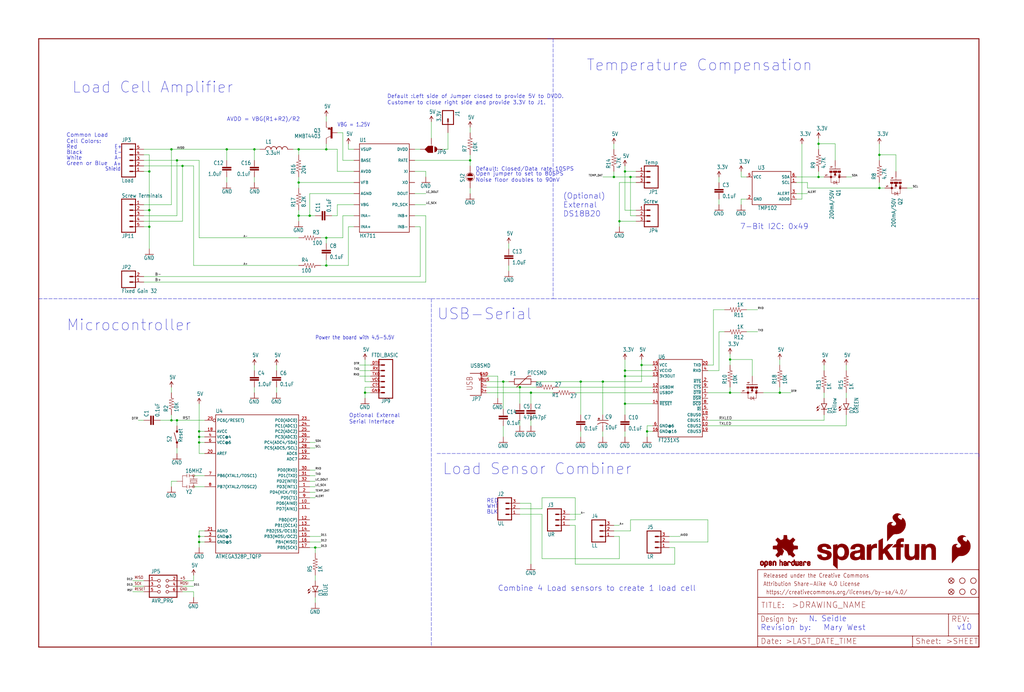
<source format=kicad_sch>
(kicad_sch (version 20211123) (generator eeschema)
  (paper "User" 470.306 317.906)
  (lib_symbols
    (symbol "eagleSchem-eagle-import:0.1UF-25V(+80{slash}-20%)(0603)"
      (property "Reference" "C" (at 1.524 2.921 0))
      (property "Value" "0.1UF-25V(+80{slash}-20%)(0603)" (at 1.524 -2.159 0))
      (symbol "0.1UF-25V(+80{slash}-20%)(0603)_1_0"
        (pin passive line (at 0 5.08 270) (length 2.54) (name "1") (number "1"))
        (pin passive line (at 0 -2.54 90) (length 2.54) (name "2") (number "2"))
      )
    )
    (symbol "eagleSchem-eagle-import:1.0UF-16V-10%(0603)"
      (property "Reference" "C" (at 1.524 2.921 0))
      (property "Value" "1.0UF-16V-10%(0603)" (at 1.524 -2.159 0))
      (symbol "1.0UF-16V-10%(0603)_1_0"
        (pin passive line (at 0 5.08 270) (length 2.54) (name "1") (number "1"))
        (pin passive line (at 0 -2.54 90) (length 2.54) (name "2") (number "2"))
      )
    )
    (symbol "eagleSchem-eagle-import:100OHM-1{slash}10W-1%(0603)"
      (property "Reference" "R" (at -3.81 1.4986 0))
      (property "Value" "100OHM-1{slash}10W-1%(0603)" (at -3.81 -3.302 0))
      (symbol "100OHM-1{slash}10W-1%(0603)_1_0"
        (pin passive line (at -5.08 0 0) (length 2.54) (name "1") (number "1"))
        (pin passive line (at 5.08 0 180) (length 2.54) (name "2") (number "2"))
      )
    )
    (symbol "eagleSchem-eagle-import:10KOHM-1{slash}10W-1%(0603)0603"
      (property "Reference" "R" (at -3.81 1.4986 0))
      (property "Value" "10KOHM-1{slash}10W-1%(0603)0603" (at -3.81 -3.302 0))
      (symbol "10KOHM-1{slash}10W-1%(0603)0603_1_0"
        (pin passive line (at -5.08 0 0) (length 2.54) (name "1") (number "1"))
        (pin passive line (at 5.08 0 180) (length 2.54) (name "2") (number "2"))
      )
    )
    (symbol "eagleSchem-eagle-import:10UF-16V-10%(TANT)"
      (property "Reference" "C" (at 1.016 0.635 0))
      (property "Value" "10UF-16V-10%(TANT)" (at 1.016 -4.191 0))
      (symbol "10UF-16V-10%(TANT)_1_0"
        (pin passive line (at 0 2.54 270) (length 2.54) (name "+") (number "A"))
        (pin passive line (at 0 -5.08 90) (length 2.54) (name "-") (number "C"))
      )
    )
    (symbol "eagleSchem-eagle-import:1KOHM-1{slash}10W-1%(0603)"
      (property "Reference" "R" (at -3.81 1.4986 0))
      (property "Value" "1KOHM-1{slash}10W-1%(0603)" (at -3.81 -3.302 0))
      (symbol "1KOHM-1{slash}10W-1%(0603)_1_0"
        (pin passive line (at -5.08 0 0) (length 2.54) (name "1") (number "1"))
        (pin passive line (at 5.08 0 180) (length 2.54) (name "2") (number "2"))
      )
    )
    (symbol "eagleSchem-eagle-import:20KOHM1{slash}10W1%(0603)"
      (property "Reference" "R" (at -3.81 1.4986 0))
      (property "Value" "20KOHM1{slash}10W1%(0603)" (at -3.81 -3.302 0))
      (symbol "20KOHM1{slash}10W1%(0603)_1_0"
        (pin passive line (at -5.08 0 0) (length 2.54) (name "1") (number "1"))
        (pin passive line (at 5.08 0 180) (length 2.54) (name "2") (number "2"))
      )
    )
    (symbol "eagleSchem-eagle-import:27OHM1{slash}10W1%(0603)"
      (property "Reference" "R" (at -3.81 1.4986 0))
      (property "Value" "27OHM1{slash}10W1%(0603)" (at -3.81 -3.302 0))
      (symbol "27OHM1{slash}10W1%(0603)_1_0"
        (pin passive line (at -5.08 0 0) (length 2.54) (name "1") (number "1"))
        (pin passive line (at 5.08 0 180) (length 2.54) (name "2") (number "2"))
      )
    )
    (symbol "eagleSchem-eagle-import:3.3V" (power)
      (property "Value" "3.3V" (at -1.016 3.556 0))
      (symbol "3.3V_1_0"
        (pin power_in line (at 0 0 90) (length 2.54) (name "3.3V") (number "1"))
      )
    )
    (symbol "eagleSchem-eagle-import:4.7KOHM-1{slash}10W-1%(0603)"
      (property "Reference" "R" (at -3.81 1.4986 0))
      (property "Value" "4.7KOHM-1{slash}10W-1%(0603)" (at -3.81 -3.302 0))
      (symbol "4.7KOHM-1{slash}10W-1%(0603)_1_0"
        (pin passive line (at -5.08 0 0) (length 2.54) (name "1") (number "1"))
        (pin passive line (at 5.08 0 180) (length 2.54) (name "2") (number "2"))
      )
    )
    (symbol "eagleSchem-eagle-import:47PF-50V-5%(0603)"
      (property "Reference" "C" (at 1.524 2.921 0))
      (property "Value" "47PF-50V-5%(0603)" (at 1.524 -2.159 0))
      (symbol "47PF-50V-5%(0603)_1_0"
        (pin passive line (at 0 5.08 270) (length 2.54) (name "1") (number "1"))
        (pin passive line (at 0 -2.54 90) (length 2.54) (name "2") (number "2"))
      )
    )
    (symbol "eagleSchem-eagle-import:5V" (power)
      (property "Value" "5V" (at -1.016 3.556 0))
      (symbol "5V_1_0"
        (pin power_in line (at 0 0 90) (length 2.54) (name "5V") (number "1"))
      )
    )
    (symbol "eagleSchem-eagle-import:8.2KOHM-1{slash}10W-5%(0603)"
      (property "Reference" "R" (at -3.81 1.4986 0))
      (property "Value" "8.2KOHM-1{slash}10W-5%(0603)" (at -3.81 -3.302 0))
      (symbol "8.2KOHM-1{slash}10W-5%(0603)_1_0"
        (pin passive line (at -5.08 0 0) (length 2.54) (name "1") (number "1"))
        (pin passive line (at 5.08 0 180) (length 2.54) (name "2") (number "2"))
      )
    )
    (symbol "eagleSchem-eagle-import:ATMEGA328P_TQFP"
      (property "Reference" "U" (at -20.32 33.782 0))
      (property "Value" "ATMEGA328P_TQFP" (at -20.32 -33.02 0))
      (symbol "ATMEGA328P_TQFP_1_0"
        (pin bidirectional line (at 22.86 0 180) (length 5.08) (name "PD3(INT1)") (number "1"))
        (pin bidirectional line (at 22.86 -7.62 180) (length 5.08) (name "PD6(AIN0)") (number "10"))
        (pin bidirectional line (at 22.86 -10.16 180) (length 5.08) (name "PD7(AIN1)") (number "11"))
        (pin bidirectional line (at 22.86 -15.24 180) (length 5.08) (name "PB0(ICP)") (number "12"))
        (pin bidirectional line (at 22.86 -17.78 180) (length 5.08) (name "PB1(OC1A)") (number "13"))
        (pin bidirectional line (at 22.86 -20.32 180) (length 5.08) (name "PB2(SS/OC1B)") (number "14"))
        (pin bidirectional line (at 22.86 -22.86 180) (length 5.08) (name "PB3(MOSI/OC2)") (number "15"))
        (pin bidirectional line (at 22.86 -25.4 180) (length 5.08) (name "PB4(MISO)") (number "16"))
        (pin bidirectional line (at 22.86 -27.94 180) (length 5.08) (name "PB5(SCK)") (number "17"))
        (pin bidirectional line (at -25.4 25.4 0) (length 5.08) (name "AVCC") (number "18"))
        (pin bidirectional line (at 22.86 15.24 180) (length 5.08) (name "ADC6") (number "19"))
        (pin bidirectional line (at 22.86 -2.54 180) (length 5.08) (name "PD4(XCK/T0)") (number "2"))
        (pin bidirectional line (at -25.4 15.24 0) (length 5.08) (name "AREF") (number "20"))
        (pin bidirectional line (at -25.4 -20.32 0) (length 5.08) (name "AGND") (number "21"))
        (pin bidirectional line (at 22.86 12.7 180) (length 5.08) (name "ADC7") (number "22"))
        (pin bidirectional line (at 22.86 30.48 180) (length 5.08) (name "PC0(ADC0)") (number "23"))
        (pin bidirectional line (at 22.86 27.94 180) (length 5.08) (name "PC1(ADC1)") (number "24"))
        (pin bidirectional line (at 22.86 25.4 180) (length 5.08) (name "PC2(ADC2)") (number "25"))
        (pin bidirectional line (at 22.86 22.86 180) (length 5.08) (name "PC3(ADC3)") (number "26"))
        (pin bidirectional line (at 22.86 20.32 180) (length 5.08) (name "PC4(ADC4/SDA)") (number "27"))
        (pin bidirectional line (at 22.86 17.78 180) (length 5.08) (name "PC5(ADC5/SCL)") (number "28"))
        (pin bidirectional inverted (at -25.4 30.48 0) (length 5.08) (name "PC6(/RESET)") (number "29"))
        (pin bidirectional line (at -25.4 -22.86 0) (length 5.08) (name "GND@3") (number "3"))
        (pin bidirectional line (at 22.86 7.62 180) (length 5.08) (name "PD0(RXD)") (number "30"))
        (pin bidirectional line (at 22.86 5.08 180) (length 5.08) (name "PD1(TXD)") (number "31"))
        (pin bidirectional line (at 22.86 2.54 180) (length 5.08) (name "PD2(INT0)") (number "32"))
        (pin bidirectional line (at -25.4 22.86 0) (length 5.08) (name "VCC@4") (number "4"))
        (pin bidirectional line (at -25.4 -25.4 0) (length 5.08) (name "GND@5") (number "5"))
        (pin bidirectional line (at -25.4 20.32 0) (length 5.08) (name "VCC@6") (number "6"))
        (pin bidirectional line (at -25.4 5.08 0) (length 5.08) (name "PB6(XTAL1/TOSC1)") (number "7"))
        (pin bidirectional line (at -25.4 0 0) (length 5.08) (name "PB7(XTAL2/TOSC2)") (number "8"))
        (pin bidirectional line (at 22.86 -5.08 180) (length 5.08) (name "PD5(T1)") (number "9"))
      )
    )
    (symbol "eagleSchem-eagle-import:AVR_SPI_PRG_6PTH"
      (property "Reference" "J" (at -4.318 5.842 0))
      (property "Value" "AVR_SPI_PRG_6PTH" (at -4.064 -7.62 0))
      (symbol "AVR_SPI_PRG_6PTH_1_0"
        (text "+5" (at 8.89 3.048 0) (effects (font (size 1.27 1.0795)) (justify left bottom)))
        (text "GND" (at 8.89 -2.032 0) (effects (font (size 1.27 1.0795)) (justify left bottom)))
        (text "MISO" (at -11.938 3.302 0) (effects (font (size 1.27 1.0795)) (justify left bottom)))
        (text "MOSI" (at 8.89 0.635 0) (effects (font (size 1.27 1.0795)) (justify left bottom)))
        (text "RESET" (at -11.938 -2.032 0) (effects (font (size 1.27 1.0795)) (justify left bottom)))
        (text "SCK" (at -11.938 0.508 0) (effects (font (size 1.27 1.0795)) (justify left bottom)))
        (pin passive inverted (at -7.62 2.54 0) (length 7.62) (name "1") (number "1"))
        (pin passive inverted (at 10.16 2.54 180) (length 7.62) (name "2") (number "2"))
        (pin passive inverted (at -7.62 0 0) (length 7.62) (name "3") (number "3"))
        (pin passive inverted (at 10.16 0 180) (length 7.62) (name "4") (number "4"))
        (pin passive inverted (at -7.62 -2.54 0) (length 7.62) (name "5") (number "5"))
        (pin passive inverted (at 10.16 -2.54 180) (length 7.62) (name "6") (number "6"))
      )
    )
    (symbol "eagleSchem-eagle-import:FIDUCIALUFIDUCIAL")
    (symbol "eagleSchem-eagle-import:FRAME-LEDGER"
      (symbol "FRAME-LEDGER_2_0"
        (text " https://creativecommons.org/licenses/by-sa/4.0/" (at 2.54 24.13 0) (effects (font (size 1.9304 1.6408)) (justify left bottom)))
        (text ">DRAWING_NAME" (at 15.494 17.78 0) (effects (font (size 2.7432 2.7432)) (justify left bottom)))
        (text ">LAST_DATE_TIME" (at 12.7 1.27 0) (effects (font (size 2.54 2.54)) (justify left bottom)))
        (text ">SHEET" (at 86.36 1.27 0) (effects (font (size 2.54 2.54)) (justify left bottom)))
        (text "Attribution Share-Alike 4.0 License" (at 2.54 27.94 0) (effects (font (size 1.9304 1.6408)) (justify left bottom)))
        (text "Date:" (at 1.27 1.27 0) (effects (font (size 2.54 2.54)) (justify left bottom)))
        (text "Design by:" (at 1.27 11.43 0) (effects (font (size 2.54 2.159)) (justify left bottom)))
        (text "Released under the Creative Commons" (at 2.54 31.75 0) (effects (font (size 1.9304 1.6408)) (justify left bottom)))
        (text "REV:" (at 88.9 11.43 0) (effects (font (size 2.54 2.54)) (justify left bottom)))
        (text "Sheet:" (at 72.39 1.27 0) (effects (font (size 2.54 2.54)) (justify left bottom)))
        (text "TITLE:" (at 1.524 17.78 0) (effects (font (size 2.54 2.54)) (justify left bottom)))
      )
    )
    (symbol "eagleSchem-eagle-import:FT231XS"
      (property "Reference" "U" (at -10.16 18.034 0))
      (property "Value" "FT231XS" (at -10.16 -18.288 0))
      (symbol "FT231XS_1_0"
        (pin bidirectional line (at 12.7 2.54 180) (length 2.54) (name "~{DTR}") (number "1"))
        (pin bidirectional line (at 12.7 -12.7 180) (length 2.54) (name "CBUS2") (number "10"))
        (pin bidirectional line (at -12.7 2.54 0) (length 2.54) (name "USBDP") (number "11"))
        (pin bidirectional line (at -12.7 5.08 0) (length 2.54) (name "USBDM") (number "12"))
        (pin bidirectional line (at -12.7 10.16 0) (length 2.54) (name "3V3OUT") (number "13"))
        (pin bidirectional line (at -12.7 -2.54 0) (length 2.54) (name "~{RESET}") (number "14"))
        (pin bidirectional line (at -12.7 15.24 0) (length 2.54) (name "VCC") (number "15"))
        (pin bidirectional line (at -12.7 -15.24 0) (length 2.54) (name "GND@16") (number "16"))
        (pin bidirectional line (at 12.7 -10.16 180) (length 2.54) (name "CBUS1") (number "17"))
        (pin bidirectional line (at 12.7 -7.62 180) (length 2.54) (name "CBUS0") (number "18"))
        (pin bidirectional line (at 12.7 -15.24 180) (length 2.54) (name "CBUS3") (number "19"))
        (pin bidirectional line (at 12.7 7.62 180) (length 2.54) (name "~{RTS}") (number "2"))
        (pin bidirectional line (at 12.7 15.24 180) (length 2.54) (name "TXD") (number "20"))
        (pin bidirectional line (at -12.7 12.7 0) (length 2.54) (name "VCCIO") (number "3"))
        (pin bidirectional line (at 12.7 12.7 180) (length 2.54) (name "RXD") (number "4"))
        (pin bidirectional line (at 12.7 -5.08 180) (length 2.54) (name "~{RI}") (number "5"))
        (pin bidirectional line (at -12.7 -12.7 0) (length 2.54) (name "GND@6") (number "6"))
        (pin bidirectional line (at 12.7 0 180) (length 2.54) (name "~{DSR}") (number "7"))
        (pin bidirectional line (at 12.7 -2.54 180) (length 2.54) (name "~{DCD}") (number "8"))
        (pin bidirectional line (at 12.7 5.08 180) (length 2.54) (name "~{CTS}") (number "9"))
      )
    )
    (symbol "eagleSchem-eagle-import:FTDI_BASICPTH"
      (property "Reference" "J" (at -5.08 10.922 0))
      (property "Value" "FTDI_BASICPTH" (at -5.08 -10.16 0))
      (symbol "FTDI_BASICPTH_1_0"
        (pin passive line (at 5.08 5.08 180) (length 5.08) (name "5") (number "CTS"))
        (pin passive line (at 5.08 -5.08 180) (length 5.08) (name "1") (number "DTR"))
        (pin passive line (at 5.08 7.62 180) (length 5.08) (name "6") (number "GND"))
        (pin passive line (at 5.08 -2.54 180) (length 5.08) (name "2") (number "RXI"))
        (pin passive line (at 5.08 0 180) (length 5.08) (name "3") (number "TXO"))
        (pin passive line (at 5.08 2.54 180) (length 5.08) (name "4") (number "VCC"))
      )
    )
    (symbol "eagleSchem-eagle-import:GND" (power)
      (property "Value" "GND" (at -2.54 -2.54 0))
      (symbol "GND_1_0"
        (pin power_in line (at 0 2.54 270) (length 2.54) (name "GND") (number "1"))
      )
    )
    (symbol "eagleSchem-eagle-import:HX711HX711"
      (property "Reference" "U" (at -12.7 21.082 0))
      (property "Value" "HX711HX711" (at -12.7 -22.86 0))
      (symbol "HX711HX711_1_0"
        (pin bidirectional line (at -15.24 17.78 0) (length 2.54) (name "VSUP") (number "1"))
        (pin bidirectional line (at 12.7 -12.7 180) (length 2.54) (name "INB+") (number "10"))
        (pin bidirectional line (at 12.7 -7.62 180) (length 2.54) (name "PD_SCK") (number "11"))
        (pin bidirectional line (at 12.7 -2.54 180) (length 2.54) (name "DOUT") (number "12"))
        (pin bidirectional line (at 12.7 2.54 180) (length 2.54) (name "XO") (number "13"))
        (pin bidirectional line (at 12.7 7.62 180) (length 2.54) (name "XI") (number "14"))
        (pin bidirectional line (at 12.7 12.7 180) (length 2.54) (name "RATE") (number "15"))
        (pin bidirectional line (at 12.7 17.78 180) (length 2.54) (name "DVDD") (number "16"))
        (pin bidirectional line (at -15.24 12.7 0) (length 2.54) (name "BASE") (number "2"))
        (pin bidirectional line (at -15.24 7.62 0) (length 2.54) (name "AVDD") (number "3"))
        (pin bidirectional line (at -15.24 2.54 0) (length 2.54) (name "VFB") (number "4"))
        (pin bidirectional line (at -15.24 -2.54 0) (length 2.54) (name "AGND") (number "5"))
        (pin bidirectional line (at -15.24 -7.62 0) (length 2.54) (name "VBG") (number "6"))
        (pin bidirectional line (at -15.24 -12.7 0) (length 2.54) (name "INA-") (number "7"))
        (pin bidirectional line (at -15.24 -17.78 0) (length 2.54) (name "INA+") (number "8"))
        (pin bidirectional line (at 12.7 -17.78 180) (length 2.54) (name "INB-") (number "9"))
      )
    )
    (symbol "eagleSchem-eagle-import:INDUCTOR0805-IND"
      (property "Reference" "L" (at 2.54 5.08 0))
      (property "Value" "INDUCTOR0805-IND" (at 2.54 -5.08 0))
      (symbol "INDUCTOR0805-IND_1_0"
        (pin passive line (at 0 7.62 270) (length 2.54) (name "1") (number "1"))
        (pin passive line (at 0 -7.62 90) (length 2.54) (name "2") (number "2"))
      )
    )
    (symbol "eagleSchem-eagle-import:JUMPER-PAD-2-NC_BY_PASTE"
      (property "Reference" "JP" (at -2.54 2.54 0))
      (property "Value" "JUMPER-PAD-2-NC_BY_PASTE" (at -2.54 -5.08 0))
      (symbol "JUMPER-PAD-2-NC_BY_PASTE_1_0"
        (pin passive line (at -5.08 0 0) (length 2.54) (name "1") (number "1"))
        (pin passive line (at 5.08 0 180) (length 2.54) (name "2") (number "2"))
      )
    )
    (symbol "eagleSchem-eagle-import:JUMPER-PAD-3-2OF3_NC_BY_PASTE"
      (property "Reference" "JP" (at 2.54 0.381 0))
      (property "Value" "JUMPER-PAD-3-2OF3_NC_BY_PASTE" (at 2.54 -1.905 0))
      (symbol "JUMPER-PAD-3-2OF3_NC_BY_PASTE_1_0"
        (pin passive line (at 0 5.08 270) (length 2.54) (name "1") (number "1"))
        (pin passive line (at -5.08 0 0) (length 2.54) (name "2") (number "2"))
        (pin passive line (at 0 -5.08 90) (length 2.54) (name "3") (number "3"))
      )
    )
    (symbol "eagleSchem-eagle-import:LED-BLUE1206"
      (property "Reference" "D" (at 3.556 -4.572 90))
      (property "Value" "LED-BLUE1206" (at 5.715 -4.572 90))
      (symbol "LED-BLUE1206_1_0"
        (pin passive line (at 0 2.54 270) (length 2.54) (name "A") (number "A"))
        (pin passive line (at 0 -5.08 90) (length 2.54) (name "C") (number "C"))
      )
    )
    (symbol "eagleSchem-eagle-import:LED-GREEN1206"
      (property "Reference" "D" (at 3.556 -4.572 90))
      (property "Value" "LED-GREEN1206" (at 5.715 -4.572 90))
      (symbol "LED-GREEN1206_1_0"
        (pin passive line (at 0 2.54 270) (length 2.54) (name "A") (number "A"))
        (pin passive line (at 0 -5.08 90) (length 2.54) (name "C") (number "C"))
      )
    )
    (symbol "eagleSchem-eagle-import:LED-YELLOWLILYPAD"
      (property "Reference" "D" (at 3.556 -4.572 90))
      (property "Value" "LED-YELLOWLILYPAD" (at 5.715 -4.572 90))
      (symbol "LED-YELLOWLILYPAD_1_0"
        (pin passive line (at 0 2.54 270) (length 2.54) (name "A") (number "A"))
        (pin passive line (at 0 -5.08 90) (length 2.54) (name "C") (number "C"))
      )
    )
    (symbol "eagleSchem-eagle-import:M01PTH"
      (property "Reference" "J" (at -2.54 3.302 0))
      (property "Value" "M01PTH" (at -2.54 -5.08 0))
      (symbol "M01PTH_1_0"
        (pin passive line (at 7.62 0 180) (length 5.08) (name "1") (number "1"))
      )
    )
    (symbol "eagleSchem-eagle-import:M02PTH"
      (property "Reference" "J" (at -2.54 5.842 0))
      (property "Value" "M02PTH" (at -2.54 -5.08 0))
      (symbol "M02PTH_1_0"
        (pin passive line (at 7.62 0 180) (length 5.08) (name "1") (number "1"))
        (pin passive line (at 7.62 2.54 180) (length 5.08) (name "2") (number "2"))
      )
    )
    (symbol "eagleSchem-eagle-import:M031X03_NO_SILK"
      (property "Reference" "J" (at -2.54 5.842 0))
      (property "Value" "M031X03_NO_SILK" (at -2.54 -7.62 0))
      (symbol "M031X03_NO_SILK_1_0"
        (pin passive line (at 7.62 -2.54 180) (length 5.08) (name "1") (number "1"))
        (pin passive line (at 7.62 0 180) (length 5.08) (name "2") (number "2"))
        (pin passive line (at 7.62 2.54 180) (length 5.08) (name "3") (number "3"))
      )
    )
    (symbol "eagleSchem-eagle-import:M03PTH"
      (property "Reference" "J" (at -2.54 5.842 0))
      (property "Value" "M03PTH" (at -2.54 -7.62 0))
      (symbol "M03PTH_1_0"
        (pin passive line (at 7.62 -2.54 180) (length 5.08) (name "1") (number "1"))
        (pin passive line (at 7.62 0 180) (length 5.08) (name "2") (number "2"))
        (pin passive line (at 7.62 2.54 180) (length 5.08) (name "3") (number "3"))
      )
    )
    (symbol "eagleSchem-eagle-import:M03SCREW_LOCK"
      (property "Reference" "J" (at -2.54 5.842 0))
      (property "Value" "M03SCREW_LOCK" (at -2.54 -7.62 0))
      (symbol "M03SCREW_LOCK_1_0"
        (pin passive line (at 7.62 -2.54 180) (length 5.08) (name "1") (number "1"))
        (pin passive line (at 7.62 0 180) (length 5.08) (name "2") (number "2"))
        (pin passive line (at 7.62 2.54 180) (length 5.08) (name "3") (number "3"))
      )
    )
    (symbol "eagleSchem-eagle-import:M05NO_SILK"
      (property "Reference" "J" (at -2.54 8.382 0))
      (property "Value" "M05NO_SILK" (at -2.54 -10.16 0))
      (symbol "M05NO_SILK_1_0"
        (pin passive line (at 7.62 -5.08 180) (length 5.08) (name "1") (number "1"))
        (pin passive line (at 7.62 -2.54 180) (length 5.08) (name "2") (number "2"))
        (pin passive line (at 7.62 0 180) (length 5.08) (name "3") (number "3"))
        (pin passive line (at 7.62 2.54 180) (length 5.08) (name "4") (number "4"))
        (pin passive line (at 7.62 5.08 180) (length 5.08) (name "5") (number "5"))
      )
    )
    (symbol "eagleSchem-eagle-import:M05SCREW"
      (property "Reference" "J" (at -2.54 8.382 0))
      (property "Value" "M05SCREW" (at -2.54 -10.16 0))
      (symbol "M05SCREW_1_0"
        (pin passive line (at 7.62 -5.08 180) (length 5.08) (name "1") (number "1"))
        (pin passive line (at 7.62 -2.54 180) (length 5.08) (name "2") (number "2"))
        (pin passive line (at 7.62 0 180) (length 5.08) (name "3") (number "3"))
        (pin passive line (at 7.62 2.54 180) (length 5.08) (name "4") (number "4"))
        (pin passive line (at 7.62 5.08 180) (length 5.08) (name "5") (number "5"))
      )
    )
    (symbol "eagleSchem-eagle-import:MOSFET-NCHANNEL2N7002PW"
      (property "Reference" "Q" (at 5.08 2.54 0))
      (property "Value" "MOSFET-NCHANNEL2N7002PW" (at 5.08 0 0))
      (symbol "MOSFET-NCHANNEL2N7002PW_1_0"
        (text "D" (at -1.27 2.54 0) (effects (font (size 0.8128 0.6908)) (justify left bottom)))
        (text "G" (at -5.08 -1.27 0) (effects (font (size 0.8128 0.6908)) (justify left bottom)))
        (text "S" (at -1.27 -3.556 0) (effects (font (size 0.8128 0.6908)) (justify left bottom)))
        (pin passive line (at -7.62 0 0) (length 2.54) (name "G") (number "1"))
        (pin passive line (at 0 -5.08 90) (length 2.54) (name "S") (number "2"))
        (pin passive line (at 0 5.08 270) (length 2.54) (name "D") (number "3"))
      )
    )
    (symbol "eagleSchem-eagle-import:MOSFET-NCHANNELBSS138"
      (property "Reference" "Q" (at 5.08 2.54 0))
      (property "Value" "MOSFET-NCHANNELBSS138" (at 5.08 0 0))
      (symbol "MOSFET-NCHANNELBSS138_1_0"
        (text "D" (at -1.27 2.54 0) (effects (font (size 0.8128 0.6908)) (justify left bottom)))
        (text "G" (at -5.08 -1.27 0) (effects (font (size 0.8128 0.6908)) (justify left bottom)))
        (text "S" (at -1.27 -3.556 0) (effects (font (size 0.8128 0.6908)) (justify left bottom)))
        (pin passive line (at -7.62 0 0) (length 2.54) (name "G") (number "1"))
        (pin passive line (at 0 -5.08 90) (length 2.54) (name "S") (number "2"))
        (pin passive line (at 0 5.08 270) (length 2.54) (name "D") (number "3"))
      )
    )
    (symbol "eagleSchem-eagle-import:OSHW-LOGOS")
    (symbol "eagleSchem-eagle-import:PTCSMD"
      (property "Reference" "F" (at -2.54 3.048 0))
      (property "Value" "PTCSMD" (at -3.302 -5.08 0))
      (symbol "PTCSMD_1_0"
        (pin bidirectional line (at -5.08 0 0) (length 2.54) (name "1") (number "1"))
        (pin bidirectional line (at 7.62 0 180) (length 2.54) (name "2") (number "2"))
      )
    )
    (symbol "eagleSchem-eagle-import:RESONATOR16MHZ"
      (property "Reference" "Y" (at 2.54 1.016 0))
      (property "Value" "RESONATOR16MHZ" (at 2.54 -7.62 0))
      (symbol "RESONATOR16MHZ_1_0"
        (pin passive line (at -2.54 0 0) (length 0) (name "1") (number "1"))
        (pin passive line (at 0 -7.62 90) (length 0) (name "2") (number "2"))
        (pin passive line (at 2.54 0 180) (length 0) (name "3") (number "3"))
      )
    )
    (symbol "eagleSchem-eagle-import:SFE_LOGO_FLAME.1_INCH")
    (symbol "eagleSchem-eagle-import:SFE_LOGO_NAME_FLAME.1_INCH")
    (symbol "eagleSchem-eagle-import:STAND-OFF")
    (symbol "eagleSchem-eagle-import:SWITCH-MOMENTARY-2SMD"
      (property "Reference" "S" (at -2.54 2.54 0))
      (property "Value" "SWITCH-MOMENTARY-2SMD" (at -2.54 -2.54 0))
      (symbol "SWITCH-MOMENTARY-2SMD_1_0"
        (pin passive line (at -5.08 0 0) (length 2.54) (name "1") (number "1"))
        (pin passive line (at 5.08 0 180) (length 2.54) (name "2") (number "3"))
      )
    )
    (symbol "eagleSchem-eagle-import:TMP102"
      (property "Reference" "U" (at -7.62 8.382 0))
      (property "Value" "TMP102" (at -7.62 -10.16 0))
      (symbol "TMP102_1_0"
        (pin bidirectional line (at 10.16 2.54 180) (length 2.54) (name "SCL") (number "1"))
        (pin bidirectional line (at -12.7 -5.08 0) (length 2.54) (name "GND") (number "2"))
        (pin bidirectional line (at 10.16 -2.54 180) (length 2.54) (name "ALERT") (number "3"))
        (pin bidirectional line (at 10.16 -5.08 180) (length 2.54) (name "ADD0") (number "4"))
        (pin bidirectional line (at -12.7 5.08 0) (length 2.54) (name "VCC") (number "5"))
        (pin bidirectional line (at 10.16 5.08 180) (length 2.54) (name "SDA") (number "6"))
      )
    )
    (symbol "eagleSchem-eagle-import:TRANSISTOR_PNPMMBT4403"
      (property "Reference" "Q" (at 5.08 0 0))
      (property "Value" "TRANSISTOR_PNPMMBT4403" (at 5.08 -2.54 0))
      (symbol "TRANSISTOR_PNPMMBT4403_1_0"
        (pin passive line (at -2.54 0 0) (length 2.54) (name "B") (number "1"))
        (pin passive line (at 2.54 5.08 270) (length 2.54) (name "E") (number "2"))
        (pin passive line (at 2.54 -5.08 90) (length 2.54) (name "C") (number "3"))
      )
    )
    (symbol "eagleSchem-eagle-import:USBSMD"
      (property "Reference" "J" (at 0 9.525 0))
      (property "Value" "USBSMD" (at 0 -3.81 0))
      (symbol "USBSMD_1_0"
        (text "USB" (at 3.81 0 900) (effects (font (size 2.54 2.159)) (justify left bottom)))
        (pin bidirectional line (at -2.54 7.62 0) (length 2.54) (name "D+") (number "D+"))
        (pin bidirectional line (at -2.54 5.08 0) (length 2.54) (name "D-") (number "D-"))
        (pin bidirectional line (at -2.54 0 0) (length 2.54) (name "GND") (number "GND"))
        (pin bidirectional line (at -2.54 2.54 0) (length 2.54) (name "VBUS") (number "VBUS"))
      )
    )
  )
  (junction (at 116.84 68.58))
  (junction (at 137.16 99.06))
  (junction (at 167.64 180.34))
  (junction (at 276.86 175.26))
  (junction (at 91.44 200.66))
  (junction (at 243.84 180.34))
  (junction (at 403.86 86.36))
  (junction (at 231.14 175.26))
  (junction (at 91.44 198.12))
  (junction (at 266.7 175.26))
  (junction (at 68.58 104.14))
  (junction (at 149.86 109.22))
  (junction (at 287.02 78.74))
  (junction (at 335.28 165.1))
  (junction (at 375.92 66.04))
  (junction (at 91.44 246.38))
  (junction (at 68.58 96.52))
  (junction (at 137.16 83.82))
  (junction (at 78.74 68.58))
  (junction (at 91.44 203.2))
  (junction (at 289.56 81.28))
  (junction (at 335.28 180.34))
  (junction (at 294.64 167.64))
  (junction (at 142.24 99.06))
  (junction (at 81.28 73.66))
  (junction (at 78.74 193.04))
  (junction (at 81.28 193.04))
  (junction (at 238.76 177.8))
  (junction (at 287.02 172.72))
  (junction (at 83.82 76.2))
  (junction (at 287.02 185.42))
  (junction (at 68.58 78.74))
  (junction (at 284.48 101.6))
  (junction (at 281.94 81.28))
  (junction (at 375.92 81.28))
  (junction (at 144.78 251.46))
  (junction (at 358.14 180.34))
  (junction (at 149.86 121.92))
  (junction (at 287.02 170.18))
  (junction (at 149.86 68.58))
  (junction (at 297.18 198.12))
  (junction (at 137.16 68.58))
  (junction (at 104.14 68.58))
  (junction (at 403.86 71.12))
  (junction (at 91.44 248.92))
  (junction (at 215.9 73.66))
  (wire (pts (xy 193.04 104.14) (xy 193.04 127)))
  (wire (pts (xy 149.86 109.22) (xy 147.32 109.22)))
  (wire (pts (xy 266.7 198.12) (xy 266.7 200.66)))
  (wire (pts (xy 299.72 172.72) (xy 287.02 172.72)))
  (wire (pts (xy 83.82 101.6) (xy 83.82 76.2)))
  (wire (pts (xy 248.92 233.68) (xy 248.92 228.6)))
  (wire (pts (xy 81.28 193.04) (xy 81.28 195.58)))
  (wire (pts (xy 345.44 165.1) (xy 335.28 165.1)))
  (wire (pts (xy 287.02 96.52) (xy 287.02 78.74)))
  (wire (pts (xy 137.16 99.06) (xy 137.16 96.52)))
  (wire (pts (xy 83.82 266.7) (xy 88.9 266.7)))
  (wire (pts (xy 325.12 167.64) (xy 327.66 167.64)))
  (wire (pts (xy 137.16 86.36) (xy 137.16 83.82)))
  (wire (pts (xy 342.9 81.28) (xy 340.36 81.28)))
  (wire (pts (xy 91.44 246.38) (xy 91.44 248.92)))
  (wire (pts (xy 88.9 76.2) (xy 83.82 76.2)))
  (wire (pts (xy 116.84 73.66) (xy 116.84 68.58)))
  (wire (pts (xy 167.64 175.26) (xy 167.64 165.1)))
  (wire (pts (xy 144.78 264.16) (xy 144.78 266.7)))
  (wire (pts (xy 162.56 93.98) (xy 154.94 93.98)))
  (wire (pts (xy 91.44 248.92) (xy 91.44 251.46)))
  (wire (pts (xy 368.3 66.04) (xy 368.3 91.44)))
  (wire (pts (xy 243.84 195.58) (xy 243.84 193.04)))
  (wire (pts (xy 137.16 71.12) (xy 137.16 68.58)))
  (wire (pts (xy 243.84 185.42) (xy 243.84 180.34)))
  (wire (pts (xy 162.56 88.9) (xy 142.24 88.9)))
  (wire (pts (xy 287.02 172.72) (xy 287.02 185.42)))
  (wire (pts (xy 116.84 180.34) (xy 116.84 177.8)))
  (wire (pts (xy 335.28 162.56) (xy 335.28 165.1)))
  (wire (pts (xy 149.86 111.76) (xy 149.86 109.22)))
  (wire (pts (xy 243.84 231.14) (xy 243.84 259.08)))
  (wire (pts (xy 375.92 63.5) (xy 375.92 66.04)))
  (wire (pts (xy 66.04 193.04) (xy 63.5 193.04)))
  (wire (pts (xy 154.94 78.74) (xy 154.94 68.58)))
  (wire (pts (xy 137.16 101.6) (xy 137.16 99.06)))
  (wire (pts (xy 388.62 195.58) (xy 388.62 190.5)))
  (wire (pts (xy 289.56 81.28) (xy 281.94 81.28)))
  (wire (pts (xy 66.04 266.7) (xy 60.96 266.7)))
  (wire (pts (xy 190.5 78.74) (xy 195.58 78.74)))
  (wire (pts (xy 223.52 177.8) (xy 238.76 177.8)))
  (wire (pts (xy 91.44 243.84) (xy 93.98 243.84)))
  (wire (pts (xy 104.14 73.66) (xy 104.14 68.58)))
  (wire (pts (xy 378.46 180.34) (xy 378.46 182.88)))
  (wire (pts (xy 160.02 68.58) (xy 162.56 68.58)))
  (wire (pts (xy 170.18 175.26) (xy 167.64 175.26)))
  (wire (pts (xy 264.16 259.08) (xy 309.88 259.08)))
  (wire (pts (xy 332.74 152.4) (xy 330.2 152.4)))
  (wire (pts (xy 104.14 83.82) (xy 104.14 81.28)))
  (wire (pts (xy 149.86 109.22) (xy 157.48 109.22)))
  (wire (pts (xy 256.54 177.8) (xy 299.72 177.8)))
  (wire (pts (xy 142.24 88.9) (xy 142.24 99.06)))
  (wire (pts (xy 403.86 83.82) (xy 403.86 86.36)))
  (wire (pts (xy 78.74 68.58) (xy 66.04 68.58)))
  (wire (pts (xy 93.98 248.92) (xy 91.44 248.92)))
  (wire (pts (xy 68.58 96.52) (xy 68.58 104.14)))
  (wire (pts (xy 83.82 269.24) (xy 88.9 269.24)))
  (wire (pts (xy 144.78 99.06) (xy 142.24 99.06)))
  (wire (pts (xy 205.74 60.96) (xy 205.74 68.58)))
  (wire (pts (xy 127 180.34) (xy 127 177.8)))
  (wire (pts (xy 78.74 180.34) (xy 78.74 177.8)))
  (wire (pts (xy 170.18 177.8) (xy 167.64 177.8)))
  (wire (pts (xy 116.84 68.58) (xy 104.14 68.58)))
  (wire (pts (xy 365.76 83.82) (xy 370.84 83.82)))
  (wire (pts (xy 66.04 71.12) (xy 68.58 71.12)))
  (wire (pts (xy 157.48 109.22) (xy 157.48 99.06)))
  (wire (pts (xy 292.1 101.6) (xy 284.48 101.6)))
  (wire (pts (xy 297.18 195.58) (xy 297.18 198.12)))
  (wire (pts (xy 88.9 271.78) (xy 88.9 274.32)))
  (wire (pts (xy 142.24 215.9) (xy 144.78 215.9)))
  (wire (pts (xy 238.76 185.42) (xy 238.76 177.8)))
  (wire (pts (xy 325.12 248.92) (xy 307.34 248.92)))
  (wire (pts (xy 284.48 83.82) (xy 284.48 101.6)))
  (wire (pts (xy 116.84 167.64) (xy 116.84 170.18)))
  (wire (pts (xy 137.16 83.82) (xy 137.16 81.28)))
  (wire (pts (xy 233.68 114.3) (xy 233.68 111.76)))
  (wire (pts (xy 299.72 167.64) (xy 294.64 167.64)))
  (wire (pts (xy 403.86 71.12) (xy 403.86 73.66)))
  (wire (pts (xy 170.18 170.18) (xy 165.1 170.18)))
  (wire (pts (xy 81.28 73.66) (xy 66.04 73.66)))
  (wire (pts (xy 91.44 203.2) (xy 91.44 208.28)))
  (wire (pts (xy 231.14 195.58) (xy 231.14 200.66)))
  (wire (pts (xy 276.86 200.66) (xy 276.86 198.12)))
  (wire (pts (xy 78.74 193.04) (xy 81.28 193.04)))
  (wire (pts (xy 378.46 193.04) (xy 378.46 190.5)))
  (wire (pts (xy 104.14 68.58) (xy 78.74 68.58)))
  (wire (pts (xy 383.54 73.66) (xy 383.54 66.04)))
  (wire (pts (xy 248.92 256.54) (xy 284.48 256.54)))
  (wire (pts (xy 66.04 96.52) (xy 68.58 96.52)))
  (wire (pts (xy 142.24 223.52) (xy 144.78 223.52)))
  (wire (pts (xy 149.86 53.34) (xy 149.86 55.88)))
  (wire (pts (xy 91.44 109.22) (xy 91.44 73.66)))
  (wire (pts (xy 345.44 172.72) (xy 345.44 165.1)))
  (wire (pts (xy 375.92 66.04) (xy 375.92 68.58)))
  (wire (pts (xy 325.12 195.58) (xy 388.62 195.58)))
  (wire (pts (xy 68.58 104.14) (xy 68.58 114.3)))
  (wire (pts (xy 142.24 246.38) (xy 147.32 246.38)))
  (wire (pts (xy 238.76 236.22) (xy 248.92 236.22)))
  (wire (pts (xy 73.66 193.04) (xy 78.74 193.04)))
  (wire (pts (xy 116.84 83.82) (xy 116.84 81.28)))
  (wire (pts (xy 78.74 223.52) (xy 78.74 220.98)))
  (wire (pts (xy 325.12 180.34) (xy 335.28 180.34)))
  (wire (pts (xy 294.64 167.64) (xy 294.64 175.26)))
  (wire (pts (xy 281.94 78.74) (xy 281.94 81.28)))
  (wire (pts (xy 83.82 76.2) (xy 66.04 76.2)))
  (wire (pts (xy 287.02 78.74) (xy 287.02 76.2)))
  (wire (pts (xy 228.6 172.72) (xy 228.6 182.88)))
  (wire (pts (xy 66.04 269.24) (xy 60.96 269.24)))
  (wire (pts (xy 411.48 78.74) (xy 411.48 71.12)))
  (wire (pts (xy 144.78 274.32) (xy 144.78 276.86)))
  (wire (pts (xy 297.18 198.12) (xy 297.18 200.66)))
  (wire (pts (xy 375.92 78.74) (xy 375.92 81.28)))
  (wire (pts (xy 292.1 99.06) (xy 289.56 99.06)))
  (wire (pts (xy 335.28 165.1) (xy 335.28 167.64)))
  (polyline (pts (xy 200.66 208.28) (xy 449.58 208.28)))
  (wire (pts (xy 287.02 170.18) (xy 287.02 172.72)))
  (wire (pts (xy 335.28 180.34) (xy 340.36 180.34)))
  (wire (pts (xy 299.72 170.18) (xy 287.02 170.18)))
  (wire (pts (xy 160.02 104.14) (xy 160.02 121.92)))
  (wire (pts (xy 142.24 218.44) (xy 144.78 218.44)))
  (wire (pts (xy 307.34 246.38) (xy 312.42 246.38)))
  (wire (pts (xy 78.74 190.5) (xy 78.74 193.04)))
  (wire (pts (xy 91.44 198.12) (xy 91.44 185.42)))
  (wire (pts (xy 284.48 246.38) (xy 281.94 246.38)))
  (wire (pts (xy 137.16 109.22) (xy 91.44 109.22)))
  (wire (pts (xy 342.9 142.24) (xy 347.98 142.24)))
  (wire (pts (xy 340.36 81.28) (xy 340.36 78.74)))
  (wire (pts (xy 342.9 152.4) (xy 347.98 152.4)))
  (wire (pts (xy 289.56 99.06) (xy 289.56 81.28)))
  (wire (pts (xy 248.92 228.6) (xy 264.16 228.6)))
  (wire (pts (xy 340.36 91.44) (xy 340.36 93.98)))
  (wire (pts (xy 327.66 142.24) (xy 327.66 167.64)))
  (wire (pts (xy 388.62 180.34) (xy 388.62 182.88)))
  (wire (pts (xy 142.24 248.92) (xy 147.32 248.92)))
  (wire (pts (xy 142.24 226.06) (xy 144.78 226.06)))
  (wire (pts (xy 66.04 78.74) (xy 68.58 78.74)))
  (wire (pts (xy 365.76 88.9) (xy 370.84 88.9)))
  (wire (pts (xy 195.58 78.74) (xy 195.58 81.28)))
  (wire (pts (xy 149.86 121.92) (xy 147.32 121.92)))
  (wire (pts (xy 78.74 220.98) (xy 81.28 220.98)))
  (wire (pts (xy 383.54 66.04) (xy 375.92 66.04)))
  (wire (pts (xy 154.94 99.06) (xy 152.4 99.06)))
  (wire (pts (xy 276.86 175.26) (xy 294.64 175.26)))
  (wire (pts (xy 248.92 236.22) (xy 248.92 256.54)))
  (wire (pts (xy 149.86 68.58) (xy 137.16 68.58)))
  (wire (pts (xy 162.56 73.66) (xy 157.48 73.66)))
  (wire (pts (xy 292.1 81.28) (xy 289.56 81.28)))
  (wire (pts (xy 154.94 68.58) (xy 149.86 68.58)))
  (wire (pts (xy 223.52 172.72) (xy 228.6 172.72)))
  (wire (pts (xy 233.68 124.46) (xy 233.68 121.92)))
  (wire (pts (xy 330.2 83.82) (xy 330.2 81.28)))
  (polyline (pts (xy 254 137.16) (xy 449.58 137.16)))
  (wire (pts (xy 190.5 104.14) (xy 193.04 104.14)))
  (wire (pts (xy 403.86 66.04) (xy 403.86 71.12)))
  (wire (pts (xy 332.74 142.24) (xy 327.66 142.24)))
  (polyline (pts (xy 449.58 208.28) (xy 449.58 210.82)))
  (wire (pts (xy 162.56 83.82) (xy 137.16 83.82)))
  (wire (pts (xy 83.82 271.78) (xy 88.9 271.78)))
  (wire (pts (xy 137.16 121.92) (xy 88.9 121.92)))
  (wire (pts (xy 299.72 198.12) (xy 297.18 198.12)))
  (wire (pts (xy 134.62 68.58) (xy 137.16 68.58)))
  (wire (pts (xy 215.9 86.36) (xy 215.9 88.9)))
  (wire (pts (xy 193.04 127) (xy 66.04 127)))
  (wire (pts (xy 350.52 180.34) (xy 358.14 180.34)))
  (wire (pts (xy 93.98 198.12) (xy 91.44 198.12)))
  (wire (pts (xy 81.28 205.74) (xy 81.28 208.28)))
  (wire (pts (xy 68.58 78.74) (xy 68.58 96.52)))
  (wire (pts (xy 238.76 177.8) (xy 246.38 177.8)))
  (wire (pts (xy 287.02 185.42) (xy 287.02 190.5)))
  (wire (pts (xy 281.94 241.3) (xy 284.48 241.3)))
  (wire (pts (xy 127 167.64) (xy 127 170.18)))
  (wire (pts (xy 299.72 195.58) (xy 297.18 195.58)))
  (wire (pts (xy 358.14 177.8) (xy 358.14 180.34)))
  (wire (pts (xy 93.98 203.2) (xy 91.44 203.2)))
  (wire (pts (xy 261.62 236.22) (xy 266.7 236.22)))
  (wire (pts (xy 142.24 251.46) (xy 144.78 251.46)))
  (wire (pts (xy 292.1 83.82) (xy 284.48 83.82)))
  (wire (pts (xy 287.02 165.1) (xy 287.02 170.18)))
  (wire (pts (xy 66.04 93.98) (xy 78.74 93.98)))
  (wire (pts (xy 160.02 121.92) (xy 149.86 121.92)))
  (wire (pts (xy 149.86 66.04) (xy 149.86 68.58)))
  (wire (pts (xy 292.1 78.74) (xy 287.02 78.74)))
  (wire (pts (xy 190.5 99.06) (xy 195.58 99.06)))
  (wire (pts (xy 243.84 180.34) (xy 254 180.34)))
  (wire (pts (xy 287.02 198.12) (xy 287.02 200.66)))
  (wire (pts (xy 261.62 238.76) (xy 264.16 238.76)))
  (wire (pts (xy 81.28 99.06) (xy 81.28 73.66)))
  (wire (pts (xy 365.76 81.28) (xy 375.92 81.28)))
  (wire (pts (xy 309.88 251.46) (xy 307.34 251.46)))
  (polyline (pts (xy 198.12 137.16) (xy 198.12 297.18)))
  (polyline (pts (xy 198.12 137.16) (xy 254 137.16)))
  (wire (pts (xy 378.46 167.64) (xy 378.46 170.18)))
  (wire (pts (xy 205.74 68.58) (xy 203.2 68.58)))
  (wire (pts (xy 231.14 175.26) (xy 231.14 187.96)))
  (wire (pts (xy 335.28 180.34) (xy 335.28 177.8)))
  (wire (pts (xy 223.52 180.34) (xy 243.84 180.34)))
  (wire (pts (xy 198.12 63.5) (xy 198.12 55.88)))
  (wire (pts (xy 281.94 81.28) (xy 276.86 81.28)))
  (wire (pts (xy 325.12 170.18) (xy 330.2 170.18)))
  (wire (pts (xy 264.16 241.3) (xy 264.16 259.08)))
  (wire (pts (xy 281.94 66.04) (xy 281.94 68.58)))
  (wire (pts (xy 325.12 193.04) (xy 378.46 193.04)))
  (wire (pts (xy 358.14 165.1) (xy 358.14 167.64)))
  (wire (pts (xy 91.44 73.66) (xy 81.28 73.66)))
  (wire (pts (xy 281.94 243.84) (xy 289.56 243.84)))
  (wire (pts (xy 266.7 175.26) (xy 276.86 175.26)))
  (wire (pts (xy 93.98 218.44) (xy 88.9 218.44)))
  (wire (pts (xy 144.78 203.2) (xy 142.24 203.2)))
  (wire (pts (xy 190.5 93.98) (xy 195.58 93.98)))
  (wire (pts (xy 91.44 208.28) (xy 93.98 208.28)))
  (wire (pts (xy 215.9 71.12) (xy 215.9 73.66)))
  (wire (pts (xy 157.48 99.06) (xy 162.56 99.06)))
  (wire (pts (xy 170.18 180.34) (xy 167.64 180.34)))
  (wire (pts (xy 416.56 86.36) (xy 419.1 86.36)))
  (wire (pts (xy 160.02 66.04) (xy 160.02 68.58)))
  (wire (pts (xy 66.04 104.14) (xy 68.58 104.14)))
  (wire (pts (xy 81.28 99.06) (xy 66.04 99.06)))
  (wire (pts (xy 299.72 180.34) (xy 264.16 180.34)))
  (wire (pts (xy 195.58 99.06) (xy 195.58 129.54)))
  (wire (pts (xy 261.62 241.3) (xy 264.16 241.3)))
  (wire (pts (xy 83.82 101.6) (xy 66.04 101.6)))
  (wire (pts (xy 388.62 81.28) (xy 391.16 81.28)))
  (wire (pts (xy 66.04 271.78) (xy 60.96 271.78)))
  (wire (pts (xy 190.5 88.9) (xy 195.58 88.9)))
  (wire (pts (xy 358.14 180.34) (xy 363.22 180.34)))
  (wire (pts (xy 238.76 233.68) (xy 248.92 233.68)))
  (wire (pts (xy 292.1 96.52) (xy 287.02 96.52)))
  (wire (pts (xy 149.86 119.38) (xy 149.86 121.92)))
  (wire (pts (xy 88.9 266.7) (xy 88.9 264.16)))
  (wire (pts (xy 167.64 180.34) (xy 167.64 182.88)))
  (wire (pts (xy 289.56 238.76) (xy 325.12 238.76)))
  (wire (pts (xy 91.44 246.38) (xy 91.44 243.84)))
  (wire (pts (xy 144.78 251.46) (xy 147.32 251.46)))
  (wire (pts (xy 93.98 246.38) (xy 91.44 246.38)))
  (wire (pts (xy 142.24 99.06) (xy 137.16 99.06)))
  (wire (pts (xy 170.18 172.72) (xy 165.1 172.72)))
  (wire (pts (xy 330.2 152.4) (xy 330.2 170.18)))
  (wire (pts (xy 299.72 185.42) (xy 287.02 185.42)))
  (wire (pts (xy 93.98 223.52) (xy 88.9 223.52)))
  (wire (pts (xy 231.14 175.26) (xy 223.52 175.26)))
  (wire (pts (xy 215.9 73.66) (xy 215.9 76.2)))
  (polyline (pts (xy 17.78 137.16) (xy 198.12 137.16)))
  (polyline (pts (xy 254 17.78) (xy 254 137.16)))
  (wire (pts (xy 215.9 73.66) (xy 190.5 73.66)))
  (wire (pts (xy 91.44 203.2) (xy 91.44 200.66)))
  (wire (pts (xy 246.38 175.26) (xy 266.7 175.26)))
  (wire (pts (xy 370.84 83.82) (xy 370.84 86.36)))
  (wire (pts (xy 289.56 243.84) (xy 289.56 238.76)))
  (wire (pts (xy 264.16 228.6) (xy 264.16 238.76)))
  (wire (pts (xy 309.88 259.08) (xy 309.88 251.46)))
  (wire (pts (xy 162.56 104.14) (xy 160.02 104.14)))
  (wire (pts (xy 142.24 228.6) (xy 144.78 228.6)))
  (wire (pts (xy 388.62 167.64) (xy 388.62 170.18)))
  (wire (pts (xy 215.9 60.96) (xy 215.9 58.42)))
  (wire (pts (xy 157.48 73.66) (xy 157.48 60.96)))
  (wire (pts (xy 284.48 101.6) (xy 284.48 104.14)))
  (wire (pts (xy 142.24 220.98) (xy 144.78 220.98)))
  (wire (pts (xy 342.9 91.44) (xy 340.36 91.44)))
  (wire (pts (xy 233.68 175.26) (xy 231.14 175.26)))
  (wire (pts (xy 88.9 121.92) (xy 88.9 76.2)))
  (wire (pts (xy 266.7 190.5) (xy 266.7 175.26)))
  (wire (pts (xy 144.78 205.74) (xy 142.24 205.74)))
  (wire (pts (xy 81.28 193.04) (xy 93.98 193.04)))
  (wire (pts (xy 154.94 93.98) (xy 154.94 99.06)))
  (wire (pts (xy 170.18 167.64) (xy 165.1 167.64)))
  (wire (pts (xy 144.78 251.46) (xy 144.78 254)))
  (wire (pts (xy 195.58 129.54) (xy 66.04 129.54)))
  (wire (pts (xy 294.64 165.1) (xy 294.64 167.64)))
  (wire (pts (xy 330.2 93.98) (xy 330.2 91.44)))
  (wire (pts (xy 375.92 81.28) (xy 378.46 81.28)))
  (wire (pts (xy 78.74 93.98) (xy 78.74 68.58)))
  (wire (pts (xy 325.12 238.76) (xy 325.12 248.92)))
  (wire (pts (xy 411.48 71.12) (xy 403.86 71.12)))
  (wire (pts (xy 167.64 177.8) (xy 167.64 180.34)))
  (wire (pts (xy 119.38 68.58) (xy 116.84 68.58)))
  (wire (pts (xy 162.56 78.74) (xy 154.94 78.74)))
  (wire (pts (xy 238.76 195.58) (xy 238.76 193.04)))
  (wire (pts (xy 91.44 200.66) (xy 91.44 198.12)))
  (wire (pts (xy 93.98 200.66) (xy 91.44 200.66)))
  (wire (pts (xy 68.58 71.12) (xy 68.58 78.74)))
  (wire (pts (xy 238.76 231.14) (xy 243.84 231.14)))
  (wire (pts (xy 368.3 91.44) (xy 365.76 91.44)))
  (wire (pts (xy 276.86 190.5) (xy 276.86 175.26)))
  (polyline (pts (xy 251.46 17.78) (xy 254 17.78)))
  (wire (pts (xy 157.48 60.96) (xy 154.94 60.96)))
  (wire (pts (xy 284.48 246.38) (xy 284.48 256.54)))
  (wire (pts (xy 403.86 86.36) (xy 406.4 86.36)))
  (wire (pts (xy 190.5 68.58) (xy 193.04 68.58)))
  (wire (pts (xy 370.84 86.36) (xy 403.86 86.36)))
  (text "Load Sensor Combiner" (at 203.2 218.44 180) (effects (font (size 5.08 5.08)) (justify left bottom)))
  (text "A+" (at 52.324 76.454 180) (effects (font (size 1.778 1.5113)) (justify left bottom)))
  (text "7-Bit I2C: 0x49" (at 339.852 105.664 180) (effects (font (size 2.54 2.54)) (justify left bottom)))
  (text "BLK" (at 223.52 236.22 180) (effects (font (size 1.778 1.778)) (justify left bottom)))
  (text "Temperature Compensation" (at 269.24 33.02 180) (effects (font (size 5.08 5.08)) (justify left bottom)))
  (text "Black" (at 30.48 71.12 180) (effects (font (size 1.778 1.778)) (justify left bottom)))
  (text "v10" (at 439.42 289.56 180) (effects (font (size 2.54 2.54)) (justify left bottom)))
  (text "Open jumper to set to 80SPS\nNoise floor doubles to 90nV" (at 218.44 83.82 0) (effects (font (size 1.778 1.778)) (justify left bottom)))
  (text "Combine 4 Load sensors to create 1 load cell" (at 228.6 271.78 180) (effects (font (size 2.54 2.54)) (justify left bottom)))
  (text "Revision by:   Mary West" (at 349.25 289.814 180) (effects (font (size 2.54 2.54)) (justify left bottom)))
  (text "White" (at 30.48 73.66 180) (effects (font (size 1.778 1.778)) (justify left bottom)))
  (text "RED" (at 223.52 231.14 180) (effects (font (size 1.778 1.778)) (justify left bottom)))
  (text "A-" (at 52.578 73.66 180) (effects (font (size 1.778 1.5113)) (justify left bottom)))
  (text "Power the board with 4.5-5.5V" (at 144.78 156.21 180) (effects (font (size 1.778 1.5113)) (justify left bottom)))
  (text "Shield" (at 48.26 78.74 180) (effects (font (size 1.778 1.5113)) (justify left bottom)))
  (text "Red" (at 30.48 68.58 180) (effects (font (size 1.778 1.778)) (justify left bottom)))
  (text "Load Cell Amplifier" (at 33.02 43.18 180) (effects (font (size 5.08 5.08)) (justify left bottom)))
  (text "Default: Closed/Data rate 10SPS" (at 218.44 78.74 180) (effects (font (size 1.778 1.778)) (justify left bottom)))
  (text "Green or Blue" (at 30.48 76.2 180) (effects (font (size 1.778 1.778)) (justify left bottom)))
  (text "Microcontroller" (at 30.48 152.4 180) (effects (font (size 5.08 5.08)) (justify left bottom)))
  (text "WHT" (at 223.52 233.68 180) (effects (font (size 1.778 1.778)) (justify left bottom)))
  (text "VBG = 1.25V" (at 154.94 58.42 180) (effects (font (size 1.778 1.5113)) (justify left bottom)))
  (text "Default :Left side of Jumper closed to provide 5V to DVDD.\nCustomer to close right side and provide 3.3V to J1." (at 177.8 48.26 0) (effects (font (size 1.778 1.778)) (justify left bottom)))
  (text "USB-Serial" (at 200.66 147.32 180) (effects (font (size 5.08 5.08)) (justify left bottom)))
  (text "N. Seidle" (at 371.348 285.75 180) (effects (font (size 2.54 2.54)) (justify left bottom)))
  (text "Common Load\nCell Colors:" (at 30.48 66.04 180) (effects (font (size 1.778 1.778)) (justify left bottom)))
  (text "E-" (at 52.578 71.12 180) (effects (font (size 1.778 1.5113)) (justify left bottom)))
  (text "AVDD = VBG(R1+R2)/R2" (at 104.14 55.88 180) (effects (font (size 1.778 1.778)) (justify left bottom)))
  (text "(Optional)\nExternal\nDS18B20" (at 258.572 99.822 180) (effects (font (size 2.54 2.54)) (justify left bottom)))
  (text "Optional External\nSerial Interface" (at 160.274 194.818 180) (effects (font (size 1.778 1.778)) (justify left bottom)))
  (text "E+" (at 52.578 68.58 180) (effects (font (size 1.778 1.5113)) (justify left bottom)))
  (label "RXD" (at 165.1 172.72 180) (effects (font (size 0.889 0.889))))
  (label "ALERT" (at 144.78 228.6 0) (effects (font (size 0.889 0.889))))
  (label "RXLED" (at 330.2 193.04 0) (effects (font (size 1.2446 1.2446))))
  (label "SDA" (at 391.16 81.28 0) (effects (font (size 0.889 0.889))))
  (label "DTR" (at 165.1 167.64 180) (effects (font (size 0.889 0.889))))
  (label "RXD" (at 144.78 215.9 0) (effects (font (size 0.889 0.889))))
  (label "SCL" (at 144.78 205.74 0) (effects (font (size 0.889 0.889))))
  (label "TXD" (at 144.78 218.44 0) (effects (font (size 0.889 0.889))))
  (label "TEMP_DAT" (at 276.86 81.28 180) (effects (font (size 0.889 0.889))))
  (label "D11" (at 88.9 269.24 0) (effects (font (size 0.889 0.889))))
  (label "D12" (at 60.96 266.7 180) (effects (font (size 0.889 0.889))))
  (label "B+" (at 71.12 129.54 0) (effects (font (size 1.2446 1.2446))))
  (label "SCL" (at 419.1 86.36 0) (effects (font (size 0.889 0.889))))
  (label "SDA" (at 144.78 203.2 0) (effects (font (size 0.889 0.889))))
  (label "A+" (at 111.76 121.92 0) (effects (font (size 0.889 0.889))))
  (label "A-" (at 111.76 109.22 0) (effects (font (size 0.889 0.889))))
  (label "D13" (at 60.96 269.24 180) (effects (font (size 0.889 0.889))))
  (label "LC_DOUT" (at 195.58 88.9 0) (effects (font (size 0.889 0.889))))
  (label "TXLED" (at 330.2 195.58 0) (effects (font (size 1.2446 1.2446))))
  (label "D13" (at 147.32 251.46 0) (effects (font (size 0.889 0.889))))
  (label "LC_DOUT" (at 144.78 220.98 0) (effects (font (size 0.889 0.889))))
  (label "A+" (at 284.48 241.3 0) (effects (font (size 0.889 0.889))))
  (label "DTR" (at 363.22 180.34 0) (effects (font (size 0.889 0.889))))
  (label "RXD" (at 347.98 142.24 0) (effects (font (size 0.889 0.889))))
  (label "TEMP_DAT" (at 144.78 226.06 0) (effects (font (size 0.889 0.889))))
  (label "RST" (at 83.82 193.04 0) (effects (font (size 1.2446 1.2446))))
  (label "B-" (at 71.12 127 0) (effects (font (size 1.2446 1.2446))))
  (label "DTR" (at 63.5 193.04 180) (effects (font (size 1.0668 1.0668))))
  (label "TXD" (at 165.1 170.18 180) (effects (font (size 0.889 0.889))))
  (label "D12" (at 147.32 248.92 0) (effects (font (size 0.889 0.889))))
  (label "LC_SCK" (at 144.78 223.52 0) (effects (font (size 0.889 0.889))))
  (label "D11" (at 147.32 246.38 0) (effects (font (size 0.889 0.889))))
  (label "ALERT" (at 370.84 88.9 0) (effects (font (size 0.889 0.889))))
  (label "AVDD" (at 312.42 246.38 0) (effects (font (size 0.889 0.889))))
  (label "RST" (at 60.96 271.78 180) (effects (font (size 0.889 0.889))))
  (label "AVDD" (at 81.28 68.58 0) (effects (font (size 0.889 0.889))))
  (label "TXD" (at 347.98 152.4 0) (effects (font (size 0.889 0.889))))
  (label "A-" (at 266.7 236.22 0) (effects (font (size 0.889 0.889))))
  (label "LC_SCK" (at 195.58 93.98 0) (effects (font (size 0.889 0.889))))
  (symbol (lib_id "eagleSchem-eagle-import:GND") (at 228.6 185.42 0) (unit 1)
    (property "Reference" "#GND19" (effects hide))
    (property "Value" "GND" (at 226.06 187.96 0) (effects (font (size 1.778 1.5113)) (justify left bottom)))
    (property "Footprint" "eagleSchem:" (effects hide))
  )
  (symbol (lib_id "eagleSchem-eagle-import:10KOHM-1{slash}10W-1%(0603)0603") (at 335.28 172.72 90) (unit 1)
    (property "Reference" "R10" (at 333.7814 176.53 0) (effects (font (size 1.778 1.5113)) (justify left bottom)))
    (property "Value" "10K" (at 338.582 176.53 0) (effects (font (size 1.778 1.5113)) (justify left bottom)))
    (property "Footprint" "eagleSchem:0603-RES" (effects hide))
  )
  (symbol (lib_id "eagleSchem-eagle-import:1KOHM-1{slash}10W-1%(0603)") (at 378.46 175.26 90) (unit 1)
    (property "Reference" "R13" (at 376.9614 179.07 0) (effects (font (size 1.778 1.5113)) (justify left bottom)))
    (property "Value" "1K" (at 381.762 179.07 0) (effects (font (size 1.778 1.5113)) (justify left bottom)))
    (property "Footprint" "eagleSchem:0603-RES" (effects hide))
  )
  (symbol (lib_id "eagleSchem-eagle-import:3.3V") (at 335.28 162.56 0) (unit 1)
    (property "Reference" "#P+1" (effects hide))
    (property "Value" "3.3V" (at 334.264 159.004 0) (effects (font (size 1.778 1.5113)) (justify left bottom)))
    (property "Footprint" "eagleSchem:" (effects hide))
  )
  (symbol (lib_id "eagleSchem-eagle-import:1KOHM-1{slash}10W-1%(0603)") (at 337.82 152.4 180) (unit 1)
    (property "Reference" "R12" (at 341.63 153.8986 0) (effects (font (size 1.778 1.5113)) (justify left bottom)))
    (property "Value" "1K" (at 341.63 149.098 0) (effects (font (size 1.778 1.5113)) (justify left bottom)))
    (property "Footprint" "eagleSchem:0603-RES" (effects hide))
  )
  (symbol (lib_id "eagleSchem-eagle-import:3.3V") (at 287.02 165.1 0) (unit 1)
    (property "Reference" "#P+11" (effects hide))
    (property "Value" "3.3V" (at 286.004 161.544 0) (effects (font (size 1.778 1.5113)) (justify left bottom)))
    (property "Footprint" "eagleSchem:" (effects hide))
  )
  (symbol (lib_id "eagleSchem-eagle-import:0.1UF-25V(+80{slash}-20%)(0603)") (at 149.86 116.84 0) (unit 1)
    (property "Reference" "C8" (at 151.384 113.919 0) (effects (font (size 1.778 1.5113)) (justify left bottom)))
    (property "Value" "0.1uF" (at 151.384 118.999 0) (effects (font (size 1.778 1.5113)) (justify left bottom)))
    (property "Footprint" "eagleSchem:0603-CAP" (effects hide))
  )
  (symbol (lib_id "eagleSchem-eagle-import:47PF-50V-5%(0603)") (at 243.84 190.5 0) (unit 1)
    (property "Reference" "C2" (at 245.364 187.579 0) (effects (font (size 1.778 1.5113)) (justify left bottom)))
    (property "Value" "47pF" (at 245.364 192.659 0) (effects (font (size 1.778 1.5113)) (justify left bottom)))
    (property "Footprint" "eagleSchem:0603-CAP" (effects hide))
  )
  (symbol (lib_id "eagleSchem-eagle-import:PTCSMD") (at 238.76 175.26 0) (unit 1)
    (property "Reference" "F1" (at 234.188 172.466 0) (effects (font (size 1.778 1.5113)) (justify left bottom)))
    (property "Value" "PTCSMD" (at 242.062 172.212 0) (effects (font (size 1.778 1.5113)) (justify left bottom)))
    (property "Footprint" "eagleSchem:PTC-1206" (effects hide))
  )
  (symbol (lib_id "eagleSchem-eagle-import:1KOHM-1{slash}10W-1%(0603)") (at 144.78 259.08 90) (unit 1)
    (property "Reference" "R5" (at 143.2814 262.89 0) (effects (font (size 1.778 1.5113)) (justify left bottom)))
    (property "Value" "1K" (at 148.082 262.89 0) (effects (font (size 1.778 1.5113)) (justify left bottom)))
    (property "Footprint" "eagleSchem:0603-RES" (effects hide))
  )
  (symbol (lib_id "eagleSchem-eagle-import:M02PTH") (at 58.42 129.54 0) (unit 1)
    (property "Reference" "JP2" (at 55.88 123.698 0) (effects (font (size 1.778 1.5113)) (justify left bottom)))
    (property "Value" "Fixed Gain 32" (at 55.88 134.62 0) (effects (font (size 1.778 1.5113)) (justify left bottom)))
    (property "Footprint" "eagleSchem:1X02" (effects hide))
  )
  (symbol (lib_id "eagleSchem-eagle-import:5V") (at 378.46 167.64 0) (unit 1)
    (property "Reference" "#U$1" (effects hide))
    (property "Value" "5V" (at 377.444 164.084 0) (effects (font (size 1.778 1.5113)) (justify left bottom)))
    (property "Footprint" "eagleSchem:" (effects hide))
  )
  (symbol (lib_id "eagleSchem-eagle-import:STAND-OFF") (at 447.04 266.7 0) (unit 1)
    (property "Reference" "STANDOFF3" (effects hide))
    (property "Value" "STAND-OFF" (effects hide))
    (property "Footprint" "eagleSchem:STAND-OFF" (effects hide))
  )
  (symbol (lib_id "eagleSchem-eagle-import:10KOHM-1{slash}10W-1%(0603)0603") (at 215.9 66.04 90) (unit 1)
    (property "Reference" "R7" (at 214.4014 69.85 0) (effects (font (size 1.778 1.5113)) (justify left bottom)))
    (property "Value" "10K" (at 219.202 69.85 0) (effects (font (size 1.778 1.5113)) (justify left bottom)))
    (property "Footprint" "eagleSchem:0603-RES" (effects hide))
  )
  (symbol (lib_id "eagleSchem-eagle-import:GND") (at 330.2 96.52 0) (unit 1)
    (property "Reference" "#GND4" (effects hide))
    (property "Value" "GND" (at 327.66 99.06 0) (effects (font (size 1.778 1.5113)) (justify left bottom)))
    (property "Footprint" "eagleSchem:" (effects hide))
  )
  (symbol (lib_id "eagleSchem-eagle-import:M01PTH") (at 205.74 53.34 270) (unit 1)
    (property "Reference" "J1" (at 209.042 50.8 0) (effects (font (size 1.778 1.5113)) (justify left bottom)))
    (property "Value" "3.3V" (at 200.66 50.8 0) (effects (font (size 1.778 1.5113)) (justify left bottom)))
    (property "Footprint" "eagleSchem:1X01" (effects hide))
  )
  (symbol (lib_id "eagleSchem-eagle-import:0.1UF-25V(+80{slash}-20%)(0603)") (at 231.14 193.04 0) (unit 1)
    (property "Reference" "C14" (at 232.664 190.119 0) (effects (font (size 1.778 1.5113)) (justify left bottom)))
    (property "Value" "0.1uF" (at 232.664 195.199 0) (effects (font (size 1.778 1.5113)) (justify left bottom)))
    (property "Footprint" "eagleSchem:0603-CAP" (effects hide))
  )
  (symbol (lib_id "eagleSchem-eagle-import:5V") (at 149.86 53.34 0) (unit 1)
    (property "Reference" "#U$17" (effects hide))
    (property "Value" "5V" (at 148.844 49.784 0) (effects (font (size 1.778 1.5113)) (justify left bottom)))
    (property "Footprint" "eagleSchem:" (effects hide))
  )
  (symbol (lib_id "eagleSchem-eagle-import:3.3V") (at 368.3 66.04 0) (unit 1)
    (property "Reference" "#SUPPLY5" (effects hide))
    (property "Value" "3.3V" (at 367.284 62.484 0) (effects (font (size 1.778 1.5113)) (justify left bottom)))
    (property "Footprint" "eagleSchem:" (effects hide))
  )
  (symbol (lib_id "eagleSchem-eagle-import:8.2KOHM-1{slash}10W-5%(0603)") (at 137.16 91.44 90) (unit 1)
    (property "Reference" "R17" (at 135.6614 95.25 0) (effects (font (size 1.778 1.5113)) (justify left bottom)))
    (property "Value" "8.2K" (at 140.462 95.25 0) (effects (font (size 1.778 1.5113)) (justify left bottom)))
    (property "Footprint" "eagleSchem:0603-RES" (effects hide))
  )
  (symbol (lib_id "eagleSchem-eagle-import:SFE_LOGO_NAME_FLAME.1_INCH") (at 374.65 261.62 0) (unit 1)
    (property "Reference" "LOGO4" (effects hide))
    (property "Value" "SFE_LOGO_NAME_FLAME.1_INCH" (effects hide))
    (property "Footprint" "eagleSchem:SFE_LOGO_NAME_FLAME_.1" (effects hide))
  )
  (symbol (lib_id "eagleSchem-eagle-import:RESONATOR16MHZ") (at 88.9 220.98 270) (unit 1)
    (property "Reference" "Y2" (at 85.344 226.822 90) (effects (font (size 1.778 1.5113)) (justify left bottom)))
    (property "Value" "16MHZ" (at 85.09 217.17 90) (effects (font (size 1.778 1.5113)) (justify left bottom)))
    (property "Footprint" "eagleSchem:RESONATOR-SMD" (effects hide))
  )
  (symbol (lib_id "eagleSchem-eagle-import:3.3V") (at 375.92 63.5 0) (unit 1)
    (property "Reference" "#SUPPLY4" (effects hide))
    (property "Value" "3.3V" (at 374.904 59.944 0) (effects (font (size 1.778 1.5113)) (justify left bottom)))
    (property "Footprint" "eagleSchem:" (effects hide))
  )
  (symbol (lib_id "eagleSchem-eagle-import:4.7KOHM-1{slash}10W-1%(0603)") (at 403.86 78.74 90) (unit 1)
    (property "Reference" "R8" (at 402.3614 82.55 0) (effects (font (size 1.778 1.5113)) (justify left bottom)))
    (property "Value" "4.7K" (at 407.162 82.55 0) (effects (font (size 1.778 1.5113)) (justify left bottom)))
    (property "Footprint" "eagleSchem:0603-RES" (effects hide))
  )
  (symbol (lib_id "eagleSchem-eagle-import:HX711HX711") (at 177.8 86.36 0) (unit 1)
    (property "Reference" "U1" (at 165.1 65.278 0) (effects (font (size 1.778 1.5113)) (justify left bottom)))
    (property "Value" "HX711" (at 165.1 109.22 0) (effects (font (size 1.778 1.5113)) (justify left bottom)))
    (property "Footprint" "eagleSchem:SO16" (effects hide))
  )
  (symbol (lib_id "eagleSchem-eagle-import:5V") (at 127 167.64 0) (unit 1)
    (property "Reference" "#U$8" (effects hide))
    (property "Value" "5V" (at 125.984 164.084 0) (effects (font (size 1.778 1.5113)) (justify left bottom)))
    (property "Footprint" "eagleSchem:" (effects hide))
  )
  (symbol (lib_id "eagleSchem-eagle-import:GND") (at 68.58 116.84 0) (unit 1)
    (property "Reference" "#GND11" (effects hide))
    (property "Value" "GND" (at 66.04 119.38 0) (effects (font (size 1.778 1.5113)) (justify left bottom)))
    (property "Footprint" "eagleSchem:" (effects hide))
  )
  (symbol (lib_id "eagleSchem-eagle-import:MOSFET-NCHANNELBSS138") (at 411.48 86.36 270) (unit 1)
    (property "Reference" "Q2" (at 412.496 90.932 0) (effects (font (size 1.778 1.5113)) (justify left bottom)))
    (property "Value" "200mA/50V" (at 409.448 90.932 0) (effects (font (size 1.778 1.5113)) (justify left bottom)))
    (property "Footprint" "eagleSchem:SOT23-3" (effects hide))
  )
  (symbol (lib_id "eagleSchem-eagle-import:SWITCH-MOMENTARY-2SMD") (at 81.28 200.66 90) (unit 1)
    (property "Reference" "S2" (at 78.74 203.2 0) (effects (font (size 1.778 1.5113)) (justify left bottom)))
    (property "Value" "Reset" (at 83.82 203.2 0) (effects (font (size 1.778 1.5113)) (justify left bottom)))
    (property "Footprint" "eagleSchem:TACTILE-SWITCH-SMD" (effects hide))
  )
  (symbol (lib_id "eagleSchem-eagle-import:10KOHM-1{slash}10W-1%(0603)0603") (at 78.74 185.42 90) (unit 1)
    (property "Reference" "R2" (at 77.2414 189.23 0) (effects (font (size 1.778 1.5113)) (justify left bottom)))
    (property "Value" "10K" (at 82.042 189.23 0) (effects (font (size 1.778 1.5113)) (justify left bottom)))
    (property "Footprint" "eagleSchem:0603-RES" (effects hide))
  )
  (symbol (lib_id "eagleSchem-eagle-import:5V") (at 294.64 165.1 0) (unit 1)
    (property "Reference" "#U$3" (effects hide))
    (property "Value" "5V" (at 293.624 161.544 0) (effects (font (size 1.778 1.5113)) (justify left bottom)))
    (property "Footprint" "eagleSchem:" (effects hide))
  )
  (symbol (lib_id "eagleSchem-eagle-import:GND") (at 144.78 279.4 0) (unit 1)
    (property "Reference" "#GND2" (effects hide))
    (property "Value" "GND" (at 142.24 281.94 0) (effects (font (size 1.778 1.5113)) (justify left bottom)))
    (property "Footprint" "eagleSchem:" (effects hide))
  )
  (symbol (lib_id "eagleSchem-eagle-import:5V") (at 388.62 167.64 0) (unit 1)
    (property "Reference" "#U$4" (effects hide))
    (property "Value" "5V" (at 387.604 164.084 0) (effects (font (size 1.778 1.5113)) (justify left bottom)))
    (property "Footprint" "eagleSchem:" (effects hide))
  )
  (symbol (lib_id "eagleSchem-eagle-import:M03PTH") (at 231.14 233.68 0) (unit 1)
    (property "Reference" "J2" (at 228.6 227.838 0) (effects (font (size 1.778 1.5113)) (justify left bottom)))
    (property "Value" "UL" (at 228.6 241.3 0) (effects (font (size 1.778 1.5113)) (justify left bottom)))
    (property "Footprint" "eagleSchem:1X03" (effects hide))
  )
  (symbol (lib_id "eagleSchem-eagle-import:GND") (at 195.58 83.82 0) (unit 1)
    (property "Reference" "#GND8" (effects hide))
    (property "Value" "GND" (at 193.04 86.36 0) (effects (font (size 1.778 1.5113)) (justify left bottom)))
    (property "Footprint" "eagleSchem:" (effects hide))
  )
  (symbol (lib_id "eagleSchem-eagle-import:GND") (at 127 182.88 0) (unit 1)
    (property "Reference" "#GND7" (effects hide))
    (property "Value" "GND" (at 124.46 185.42 0) (effects (font (size 1.778 1.5113)) (justify left bottom)))
    (property "Footprint" "eagleSchem:" (effects hide))
  )
  (symbol (lib_id "eagleSchem-eagle-import:1.0UF-16V-10%(0603)") (at 116.84 175.26 0) (unit 1)
    (property "Reference" "C4" (at 118.364 172.339 0) (effects (font (size 1.778 1.5113)) (justify left bottom)))
    (property "Value" "1.0uF" (at 118.364 177.419 0) (effects (font (size 1.778 1.5113)) (justify left bottom)))
    (property "Footprint" "eagleSchem:0603-CAP" (effects hide))
  )
  (symbol (lib_id "eagleSchem-eagle-import:M03SCREW_LOCK") (at 299.72 99.06 180) (unit 1)
    (property "Reference" "JP4" (at 302.26 104.902 0) (effects (font (size 1.778 1.5113)) (justify left bottom)))
    (property "Value" "Screw" (at 302.26 91.44 0) (effects (font (size 1.778 1.5113)) (justify left bottom)))
    (property "Footprint" "eagleSchem:SCREWTERMINAL-3.5MM-3_LOCK.007S" (effects hide))
  )
  (symbol (lib_id "eagleSchem-eagle-import:JUMPER-PAD-2-NC_BY_PASTE") (at 215.9 81.28 90) (unit 1)
    (property "Reference" "SJ2" (at 213.36 83.82 0) (effects (font (size 1.778 1.5113)) (justify left bottom)))
    (property "Value" "JUMPER-PAD-2-NC_BY_PASTE" (effects hide))
    (property "Footprint" "eagleSchem:PAD-JUMPER-2-NC_BY_PASTE_YES_SILK" (effects hide))
  )
  (symbol (lib_id "eagleSchem-eagle-import:GND") (at 81.28 210.82 0) (unit 1)
    (property "Reference" "#GND6" (effects hide))
    (property "Value" "GND" (at 78.74 213.36 0) (effects (font (size 1.778 1.5113)) (justify left bottom)))
    (property "Footprint" "eagleSchem:" (effects hide))
  )
  (symbol (lib_id "eagleSchem-eagle-import:M03PTH") (at 299.72 248.92 0) (unit 1)
    (property "Reference" "J5" (at 297.18 243.078 0) (effects (font (size 1.778 1.5113)) (justify left bottom)))
    (property "Value" "LR" (at 297.18 256.54 0) (effects (font (size 1.778 1.5113)) (justify left bottom)))
    (property "Footprint" "eagleSchem:1X03" (effects hide))
  )
  (symbol (lib_id "eagleSchem-eagle-import:0.1UF-25V(+80{slash}-20%)(0603)") (at 127 175.26 0) (unit 1)
    (property "Reference" "C6" (at 128.524 172.339 0) (effects (font (size 1.778 1.5113)) (justify left bottom)))
    (property "Value" "0.1uF" (at 128.524 177.419 0) (effects (font (size 1.778 1.5113)) (justify left bottom)))
    (property "Footprint" "eagleSchem:0603-CAP" (effects hide))
  )
  (symbol (lib_id "eagleSchem-eagle-import:GND") (at 116.84 182.88 0) (unit 1)
    (property "Reference" "#GND3" (effects hide))
    (property "Value" "GND" (at 114.3 185.42 0) (effects (font (size 1.778 1.5113)) (justify left bottom)))
    (property "Footprint" "eagleSchem:" (effects hide))
  )
  (symbol (lib_id "eagleSchem-eagle-import:M03PTH") (at 254 238.76 0) (unit 1)
    (property "Reference" "J3" (at 251.46 232.918 0) (effects (font (size 1.778 1.5113)) (justify left bottom)))
    (property "Value" "UR" (at 251.46 246.38 0) (effects (font (size 1.778 1.5113)) (justify left bottom)))
    (property "Footprint" "eagleSchem:1X03" (effects hide))
  )
  (symbol (lib_id "eagleSchem-eagle-import:GND") (at 167.64 185.42 0) (unit 1)
    (property "Reference" "#GND13" (effects hide))
    (property "Value" "GND" (at 165.1 187.96 0) (effects (font (size 1.778 1.5113)) (justify left bottom)))
    (property "Footprint" "eagleSchem:" (effects hide))
  )
  (symbol (lib_id "eagleSchem-eagle-import:GND") (at 243.84 198.12 0) (unit 1)
    (property "Reference" "#GND12" (effects hide))
    (property "Value" "GND" (at 241.3 200.66 0) (effects (font (size 1.778 1.5113)) (justify left bottom)))
    (property "Footprint" "eagleSchem:" (effects hide))
  )
  (symbol (lib_id "eagleSchem-eagle-import:1.0UF-16V-10%(0603)") (at 233.68 119.38 0) (unit 1)
    (property "Reference" "C13" (at 235.204 116.459 0) (effects (font (size 1.778 1.5113)) (justify left bottom)))
    (property "Value" "1.0uF" (at 235.204 121.539 0) (effects (font (size 1.778 1.5113)) (justify left bottom)))
    (property "Footprint" "eagleSchem:0603-CAP" (effects hide))
  )
  (symbol (lib_id "eagleSchem-eagle-import:FRAME-LEDGER") (at 17.78 297.18 0) (unit 1)
    (property "Reference" "FRAME1" (effects hide))
    (property "Value" "FRAME-LEDGER" (effects hide))
    (property "Footprint" "eagleSchem:CREATIVE_COMMONS" (effects hide))
    (property "Value" "FRAME-LEDGER" (effects hide))
    (property "Value" "FRAME-LEDGER" (effects hide))
  )
  (symbol (lib_id "eagleSchem-eagle-import:JUMPER-PAD-3-2OF3_NC_BY_PASTE") (at 198.12 68.58 270) (unit 1)
    (property "Reference" "JP6" (at 200.66 70.739 90) (effects (font (size 1.778 1.5113)) (justify left bottom)))
    (property "Value" "JUMPER-PAD-3-2OF3_NC_BY_PASTE" (effects hide))
    (property "Footprint" "eagleSchem:PAD-JUMPER-3-2OF3_NC_BY_PASTE_YES_SILK_FULL_BOX" (effects hide))
  )
  (symbol (lib_id "eagleSchem-eagle-import:1KOHM-1{slash}10W-1%(0603)") (at 388.62 175.26 90) (unit 1)
    (property "Reference" "R15" (at 387.1214 179.07 0) (effects (font (size 1.778 1.5113)) (justify left bottom)))
    (property "Value" "1K" (at 391.922 179.07 0) (effects (font (size 1.778 1.5113)) (justify left bottom)))
    (property "Footprint" "eagleSchem:0603-RES" (effects hide))
  )
  (symbol (lib_id "eagleSchem-eagle-import:GND") (at 104.14 86.36 0) (mirror y) (unit 1)
    (property "Reference" "#GND27" (effects hide))
    (property "Value" "GND" (at 106.68 88.9 0) (effects (font (size 1.778 1.5113)) (justify left bottom)))
    (property "Footprint" "eagleSchem:" (effects hide))
  )
  (symbol (lib_id "eagleSchem-eagle-import:SFE_LOGO_FLAME.1_INCH") (at 436.88 259.08 0) (unit 1)
    (property "Reference" "LOGO3" (effects hide))
    (property "Value" "SFE_LOGO_FLAME.1_INCH" (effects hide))
    (property "Footprint" "eagleSchem:SFE_LOGO_FLAME_.1" (effects hide))
  )
  (symbol (lib_id "eagleSchem-eagle-import:M05SCREW") (at 58.42 99.06 0) (mirror x) (unit 1)
    (property "Reference" "JP11" (at 55.88 107.442 0) (effects (font (size 1.778 1.5113)) (justify left bottom)))
    (property "Value" "Screw Terminals" (at 55.88 88.9 0) (effects (font (size 1.778 1.5113)) (justify left bottom)))
    (property "Footprint" "eagleSchem:SCREWTERMINAL-3.5MM-5" (effects hide))
  )
  (symbol (lib_id "eagleSchem-eagle-import:10UF-16V-10%(TANT)") (at 276.86 193.04 0) (unit 1)
    (property "Reference" "C9" (at 277.876 192.405 0) (effects (font (size 1.778 1.5113)) (justify left bottom)))
    (property "Value" "10uF" (at 277.876 197.231 0) (effects (font (size 1.778 1.5113)) (justify left bottom)))
    (property "Footprint" "eagleSchem:EIA3216" (effects hide))
  )
  (symbol (lib_id "eagleSchem-eagle-import:MOSFET-NCHANNELBSS138") (at 383.54 81.28 270) (unit 1)
    (property "Reference" "Q1" (at 384.048 86.868 0) (effects (font (size 1.778 1.5113)) (justify left bottom)))
    (property "Value" "200mA/50V" (at 381 87.122 0) (effects (font (size 1.778 1.5113)) (justify left bottom)))
    (property "Footprint" "eagleSchem:SOT23-3" (effects hide))
  )
  (symbol (lib_id "eagleSchem-eagle-import:5V") (at 281.94 66.04 0) (unit 1)
    (property "Reference" "#U$15" (effects hide))
    (property "Value" "5V" (at 280.924 62.484 0) (effects (font (size 1.778 1.5113)) (justify left bottom)))
    (property "Footprint" "eagleSchem:" (effects hide))
  )
  (symbol (lib_id "eagleSchem-eagle-import:3.3V") (at 403.86 66.04 0) (unit 1)
    (property "Reference" "#SUPPLY3" (effects hide))
    (property "Value" "3.3V" (at 402.844 62.484 0) (effects (font (size 1.778 1.5113)) (justify left bottom)))
    (property "Footprint" "eagleSchem:" (effects hide))
  )
  (symbol (lib_id "eagleSchem-eagle-import:MOSFET-NCHANNEL2N7002PW") (at 345.44 180.34 270) (unit 1)
    (property "Reference" "Q4" (effects hide))
    (property "Value" "MOSFET-NCHANNEL2N7002PW" (effects hide))
    (property "Footprint" "eagleSchem:SOT323" (effects hide))
  )
  (symbol (lib_id "eagleSchem-eagle-import:FTDI_BASICPTH") (at 175.26 172.72 180) (unit 1)
    (property "Reference" "JP9" (at 175.006 185.166 0) (effects (font (size 1.778 1.5113)) (justify right top)))
    (property "Value" "FTDI_BASIC" (at 170.434 164.084 0) (effects (font (size 1.778 1.5113)) (justify right top)))
    (property "Footprint" "eagleSchem:FTDI_BASIC" (effects hide))
  )
  (symbol (lib_id "eagleSchem-eagle-import:20KOHM1{slash}10W1%(0603)") (at 137.16 76.2 90) (unit 1)
    (property "Reference" "R16" (at 135.6614 80.01 0) (effects (font (size 1.778 1.5113)) (justify left bottom)))
    (property "Value" "20k" (at 140.462 80.01 0) (effects (font (size 1.778 1.5113)) (justify left bottom)))
    (property "Footprint" "eagleSchem:0603-RES" (effects hide))
  )
  (symbol (lib_id "eagleSchem-eagle-import:100OHM-1{slash}10W-1%(0603)") (at 142.24 109.22 0) (unit 1)
    (property "Reference" "R3" (at 143.51 107.7214 0) (effects (font (size 1.778 1.5113)) (justify left bottom)))
    (property "Value" "100" (at 143.51 112.522 0) (effects (font (size 1.778 1.5113)) (justify left bottom)))
    (property "Footprint" "eagleSchem:0603-RES" (effects hide))
  )
  (symbol (lib_id "eagleSchem-eagle-import:3.3V") (at 330.2 81.28 0) (unit 1)
    (property "Reference" "#SUPPLY2" (effects hide))
    (property "Value" "3.3V" (at 329.184 77.724 0) (effects (font (size 1.778 1.5113)) (justify left bottom)))
    (property "Footprint" "eagleSchem:" (effects hide))
  )
  (symbol (lib_id "eagleSchem-eagle-import:0.1UF-25V(+80{slash}-20%)(0603)") (at 266.7 195.58 0) (unit 1)
    (property "Reference" "C7" (at 268.224 192.659 0) (effects (font (size 1.778 1.5113)) (justify left bottom)))
    (property "Value" "0.1uF" (at 268.224 197.739 0) (effects (font (size 1.778 1.5113)) (justify left bottom)))
    (property "Footprint" "eagleSchem:0603-CAP" (effects hide))
  )
  (symbol (lib_id "eagleSchem-eagle-import:5V") (at 78.74 177.8 0) (unit 1)
    (property "Reference" "#U$2" (effects hide))
    (property "Value" "5V" (at 77.724 174.244 0) (effects (font (size 1.778 1.5113)) (justify left bottom)))
    (property "Footprint" "eagleSchem:" (effects hide))
  )
  (symbol (lib_id "eagleSchem-eagle-import:100OHM-1{slash}10W-1%(0603)") (at 142.24 121.92 0) (unit 1)
    (property "Reference" "R4" (at 138.43 120.4214 0) (effects (font (size 1.778 1.5113)) (justify left bottom)))
    (property "Value" "100" (at 138.43 125.222 0) (effects (font (size 1.778 1.5113)) (justify left bottom)))
    (property "Footprint" "eagleSchem:0603-RES" (effects hide))
  )
  (symbol (lib_id "eagleSchem-eagle-import:STAND-OFF") (at 447.04 271.78 0) (unit 1)
    (property "Reference" "STANDOFF4" (effects hide))
    (property "Value" "STAND-OFF" (effects hide))
    (property "Footprint" "eagleSchem:STAND-OFF" (effects hide))
  )
  (symbol (lib_id "eagleSchem-eagle-import:LED-BLUE1206") (at 144.78 269.24 0) (unit 1)
    (property "Reference" "D3" (at 148.336 273.812 90) (effects (font (size 1.778 1.5113)) (justify left bottom)))
    (property "Value" "BLUE" (at 150.495 273.812 90) (effects (font (size 1.778 1.5113)) (justify left bottom)))
    (property "Footprint" "eagleSchem:LED-1206" (effects hide))
  )
  (symbol (lib_id "eagleSchem-eagle-import:GND") (at 215.9 91.44 0) (unit 1)
    (property "Reference" "#GND14" (effects hide))
    (property "Value" "GND" (at 213.36 93.98 0) (effects (font (size 1.778 1.5113)) (justify left bottom)))
    (property "Footprint" "eagleSchem:" (effects hide))
  )
  (symbol (lib_id "eagleSchem-eagle-import:AVR_SPI_PRG_6PTH") (at 73.66 269.24 0) (unit 1)
    (property "Reference" "JP5" (at 69.342 263.398 0) (effects (font (size 1.778 1.5113)) (justify left bottom)))
    (property "Value" "AVR_PRG" (at 69.596 276.86 0) (effects (font (size 1.778 1.5113)) (justify left bottom)))
    (property "Footprint" "eagleSchem:2X3" (effects hide))
  )
  (symbol (lib_id "eagleSchem-eagle-import:GND") (at 91.44 254 0) (unit 1)
    (property "Reference" "#GND5" (effects hide))
    (property "Value" "GND" (at 88.9 256.54 0) (effects (font (size 1.778 1.5113)) (justify left bottom)))
    (property "Footprint" "eagleSchem:" (effects hide))
  )
  (symbol (lib_id "eagleSchem-eagle-import:TMP102") (at 355.6 86.36 0) (unit 1)
    (property "Reference" "U3" (at 347.98 77.978 0) (effects (font (size 1.778 1.5113)) (justify left bottom)))
    (property "Value" "TMP102" (at 347.98 96.52 0) (effects (font (size 1.778 1.5113)) (justify left bottom)))
    (property "Footprint" "eagleSchem:SOT563" (effects hide))
  )
  (symbol (lib_id "eagleSchem-eagle-import:GND") (at 284.48 106.68 0) (unit 1)
    (property "Reference" "#GND1" (effects hide))
    (property "Value" "GND" (at 281.94 109.22 0) (effects (font (size 1.778 1.5113)) (justify left bottom)))
    (property "Footprint" "eagleSchem:" (effects hide))
  )
  (symbol (lib_id "eagleSchem-eagle-import:GND") (at 297.18 203.2 0) (unit 1)
    (property "Reference" "#GND17" (effects hide))
    (property "Value" "GND" (at 294.64 205.74 0) (effects (font (size 1.778 1.5113)) (justify left bottom)))
    (property "Footprint" "eagleSchem:" (effects hide))
  )
  (symbol (lib_id "eagleSchem-eagle-import:GND") (at 233.68 127 0) (unit 1)
    (property "Reference" "#GND20" (effects hide))
    (property "Value" "GND" (at 231.14 129.54 0) (effects (font (size 1.778 1.5113)) (justify left bottom)))
    (property "Footprint" "eagleSchem:" (effects hide))
  )
  (symbol (lib_id "eagleSchem-eagle-import:3.3V") (at 340.36 78.74 0) (unit 1)
    (property "Reference" "#SUPPLY1" (effects hide))
    (property "Value" "3.3V" (at 339.344 75.184 0) (effects (font (size 1.778 1.5113)) (justify left bottom)))
    (property "Footprint" "eagleSchem:" (effects hide))
  )
  (symbol (lib_id "eagleSchem-eagle-import:5V") (at 287.02 76.2 0) (unit 1)
    (property "Reference" "#U$16" (effects hide))
    (property "Value" "5V" (at 286.004 72.644 0) (effects (font (size 1.778 1.5113)) (justify left bottom)))
    (property "Footprint" "eagleSchem:" (effects hide))
  )
  (symbol (lib_id "eagleSchem-eagle-import:M03PTH") (at 274.32 243.84 0) (unit 1)
    (property "Reference" "J4" (at 271.78 237.998 0) (effects (font (size 1.778 1.5113)) (justify left bottom)))
    (property "Value" "LL" (at 271.78 251.46 0) (effects (font (size 1.778 1.5113)) (justify left bottom)))
    (property "Footprint" "eagleSchem:1X03" (effects hide))
  )
  (symbol (lib_id "eagleSchem-eagle-import:GND") (at 78.74 226.06 0) (unit 1)
    (property "Reference" "#GND9" (effects hide))
    (property "Value" "GND" (at 76.2 228.6 0) (effects (font (size 1.778 1.5113)) (justify left bottom)))
    (property "Footprint" "eagleSchem:" (effects hide))
  )
  (symbol (lib_id "eagleSchem-eagle-import:USBSMD") (at 220.98 172.72 180) (unit 1)
    (property "Reference" "JP7" (at 220.98 182.245 0) (effects (font (size 1.778 1.5113)) (justify left bottom)))
    (property "Value" "USBSMD" (at 215.9 168.91 0) (effects (font (size 1.778 1.5113)) (justify right top)))
    (property "Footprint" "eagleSchem:USB-MINIB" (effects hide))
  )
  (symbol (lib_id "eagleSchem-eagle-import:0.1UF-25V(+80{slash}-20%)(0603)") (at 287.02 195.58 0) (unit 1)
    (property "Reference" "C10" (at 288.544 192.659 0) (effects (font (size 1.778 1.5113)) (justify left bottom)))
    (property "Value" "0.1uF" (at 288.544 197.739 0) (effects (font (size 1.778 1.5113)) (justify left bottom)))
    (property "Footprint" "eagleSchem:0603-CAP" (effects hide))
  )
  (symbol (lib_id "eagleSchem-eagle-import:TRANSISTOR_PNPMMBT4403") (at 152.4 60.96 0) (mirror y) (unit 1)
    (property "Reference" "Q3" (at 147.32 60.96 0) (effects (font (size 1.778 1.5113)) (justify left bottom)))
    (property "Value" "MMBT4403" (at 147.32 63.5 0) (effects (font (size 1.778 1.5113)) (justify left bottom)))
    (property "Footprint" "eagleSchem:SOT23-3" (effects hide))
  )
  (symbol (lib_id "eagleSchem-eagle-import:LED-GREEN1206") (at 388.62 185.42 0) (unit 1)
    (property "Reference" "D2" (at 392.176 189.992 90) (effects (font (size 1.778 1.5113)) (justify left bottom)))
    (property "Value" "GREEN" (at 394.335 189.992 90) (effects (font (size 1.778 1.5113)) (justify left bottom)))
    (property "Footprint" "eagleSchem:LED-1206" (effects hide))
  )
  (symbol (lib_id "eagleSchem-eagle-import:FRAME-LEDGER") (at 347.98 297.18 0) (unit 2)
    (property "Reference" "FRAME1" (effects hide))
    (property "Value" "FRAME-LEDGER" (effects hide))
    (property "Footprint" "eagleSchem:CREATIVE_COMMONS" (effects hide))
    (property "Value" "FRAME-LEDGER" (effects hide))
    (property "Value" "FRAME-LEDGER" (effects hide))
  )
  (symbol (lib_id "eagleSchem-eagle-import:27OHM1{slash}10W1%(0603)") (at 251.46 177.8 0) (unit 1)
    (property "Reference" "R6" (at 245.872 177.546 0) (effects (font (size 1.778 1.5113)) (justify left bottom)))
    (property "Value" "27" (at 254.762 177.546 0) (effects (font (size 1.778 1.5113)) (justify left bottom)))
    (property "Footprint" "eagleSchem:0603" (effects hide))
  )
  (symbol (lib_id "eagleSchem-eagle-import:FIDUCIALUFIDUCIAL") (at 436.88 266.7 0) (unit 1)
    (property "Reference" "FID2" (effects hide))
    (property "Value" "FIDUCIALUFIDUCIAL" (effects hide))
    (property "Footprint" "eagleSchem:MICRO-FIDUCIAL" (effects hide))
  )
  (symbol (lib_id "eagleSchem-eagle-import:INDUCTOR0805-IND") (at 127 68.58 90) (unit 1)
    (property "Reference" "L1" (at 121.92 66.04 90) (effects (font (size 1.778 1.5113)) (justify right top)))
    (property "Value" "3.3uH" (at 121.92 71.12 90) (effects (font (size 1.778 1.5113)) (justify right top)))
    (property "Footprint" "eagleSchem:0805" (effects hide))
  )
  (symbol (lib_id "eagleSchem-eagle-import:FIDUCIALUFIDUCIAL") (at 436.88 271.78 0) (unit 1)
    (property "Reference" "FID1" (effects hide))
    (property "Value" "FIDUCIALUFIDUCIAL" (effects hide))
    (property "Footprint" "eagleSchem:MICRO-FIDUCIAL" (effects hide))
  )
  (symbol (lib_id "eagleSchem-eagle-import:GND") (at 287.02 203.2 0) (unit 1)
    (property "Reference" "#GND16" (effects hide))
    (property "Value" "GND" (at 284.48 205.74 0) (effects (font (size 1.778 1.5113)) (justify left bottom)))
    (property "Footprint" "eagleSchem:" (effects hide))
  )
  (symbol (lib_id "eagleSchem-eagle-import:5V") (at 116.84 167.64 0) (unit 1)
    (property "Reference" "#U$7" (effects hide))
    (property "Value" "5V" (at 115.824 164.084 0) (effects (font (size 1.778 1.5113)) (justify left bottom)))
    (property "Footprint" "eagleSchem:" (effects hide))
  )
  (symbol (lib_id "eagleSchem-eagle-import:GND") (at 116.84 86.36 0) (mirror y) (unit 1)
    (property "Reference" "#GND28" (effects hide))
    (property "Value" "GND" (at 119.38 88.9 0) (effects (font (size 1.778 1.5113)) (justify left bottom)))
    (property "Footprint" "eagleSchem:" (effects hide))
  )
  (symbol (lib_id "eagleSchem-eagle-import:5V") (at 198.12 55.88 0) (unit 1)
    (property "Reference" "#U$6" (effects hide))
    (property "Value" "5V" (at 197.104 52.324 0) (effects (font (size 1.778 1.5113)) (justify left bottom)))
    (property "Footprint" "eagleSchem:" (effects hide))
  )
  (symbol (lib_id "eagleSchem-eagle-import:4.7KOHM-1{slash}10W-1%(0603)") (at 281.94 73.66 90) (unit 1)
    (property "Reference" "R14" (at 280.4414 77.47 0) (effects (font (size 1.778 1.5113)) (justify left bottom)))
    (property "Value" "4.7K" (at 285.242 77.47 0) (effects (font (size 1.778 1.5113)) (justify left bottom)))
    (property "Footprint" "eagleSchem:0603-RES" (effects hide))
  )
  (symbol (lib_id "eagleSchem-eagle-import:27OHM1{slash}10W1%(0603)") (at 259.08 180.34 0) (unit 1)
    (property "Reference" "R1" (at 253.492 182.372 0) (effects (font (size 1.778 1.5113)) (justify left bottom)))
    (property "Value" "27" (at 261.874 182.88 0) (effects (font (size 1.778 1.5113)) (justify left bottom)))
    (property "Footprint" "eagleSchem:0603" (effects hide))
  )
  (symbol (lib_id "eagleSchem-eagle-import:GND") (at 266.7 203.2 0) (unit 1)
    (property "Reference" "#GND21" (effects hide))
    (property "Value" "GND" (at 264.16 205.74 0) (effects (font (size 1.778 1.5113)) (justify left bottom)))
    (property "Footprint" "eagleSchem:" (effects hide))
  )
  (symbol (lib_id "eagleSchem-eagle-import:0.1UF-25V(+80{slash}-20%)(0603)") (at 71.12 193.04 90) (unit 1)
    (property "Reference" "C1" (at 68.199 191.516 0) (effects (font (size 1.778 1.5113)) (justify left bottom)))
    (property "Value" "0.1uF" (at 73.279 191.516 0) (effects (font (size 1.778 1.5113)) (justify left bottom)))
    (property "Footprint" "eagleSchem:0603-CAP" (effects hide))
  )
  (symbol (lib_id "eagleSchem-eagle-import:M05NO_SILK") (at 58.42 73.66 0) (unit 1)
    (property "Reference" "JP3" (at 55.88 65.278 0) (effects (font (size 1.778 1.5113)) (justify left bottom)))
    (property "Value" "Load" (at 55.88 83.82 0) (effects (font (size 1.778 1.5113)) (justify left bottom)))
    (property "Footprint" "eagleSchem:1X05_NO_SILK" (effects hide))
  )
  (symbol (lib_id "eagleSchem-eagle-import:4.7KOHM-1{slash}10W-1%(0603)") (at 375.92 73.66 90) (unit 1)
    (property "Reference" "R9" (at 374.4214 77.47 0) (effects (font (size 1.778 1.5113)) (justify left bottom)))
    (property "Value" "4.7K" (at 379.222 77.47 0) (effects (font (size 1.778 1.5113)) (justify left bottom)))
    (property "Footprint" "eagleSchem:0603-RES" (effects hide))
  )
  (symbol (lib_id "eagleSchem-eagle-import:1.0UF-16V-10%(0603)") (at 104.14 76.2 180) (unit 1)
    (property "Reference" "C12" (at 98.044 75.819 0) (effects (font (size 1.778 1.5113)) (justify right top)))
    (property "Value" "1.0uF" (at 95.504 80.899 0) (effects (font (size 1.778 1.5113)) (justify right top)))
    (property "Footprint" "eagleSchem:0603-CAP" (effects hide))
  )
  (symbol (lib_id "eagleSchem-eagle-import:OSHW-LOGOS") (at 360.68 251.46 0) (unit 1)
    (property "Reference" "LOGO2" (effects hide))
    (property "Value" "OSHW-LOGOS" (effects hide))
    (property "Footprint" "eagleSchem:OSHW-LOGO-S" (effects hide))
  )
  (symbol (lib_id "eagleSchem-eagle-import:FT231XS") (at 312.42 182.88 0) (unit 1)
    (property "Reference" "U6" (at 302.26 164.846 0) (effects (font (size 1.778 1.5113)) (justify left bottom)))
    (property "Value" "FT231XS" (at 302.26 201.168 0) (effects (font (size 1.778 1.5113)) (justify left top)))
    (property "Footprint" "eagleSchem:SSOP20_L" (effects hide))
  )
  (symbol (lib_id "eagleSchem-eagle-import:ATMEGA328P_TQFP") (at 119.38 223.52 0) (unit 1)
    (property "Reference" "U4" (at 99.06 189.738 0) (effects (font (size 1.778 1.5113)) (justify left bottom)))
    (property "Value" "ATMEGA328P_TQFP" (at 99.06 256.54 0) (effects (font (size 1.778 1.5113)) (justify left bottom)))
    (property "Footprint" "eagleSchem:TQFP32-08" (effects hide))
  )
  (symbol (lib_id "eagleSchem-eagle-import:5V") (at 88.9 264.16 0) (unit 1)
    (property "Reference" "#U$9" (effects hide))
    (property "Value" "5V" (at 87.884 260.604 0) (effects (font (size 1.778 1.5113)) (justify left bottom)))
    (property "Footprint" "eagleSchem:" (effects hide))
  )
  (symbol (lib_id "eagleSchem-eagle-import:GND") (at 276.86 203.2 0) (unit 1)
    (property "Reference" "#GND22" (effects hide))
    (property "Value" "GND" (at 274.32 205.74 0) (effects (font (size 1.778 1.5113)) (justify left bottom)))
    (property "Footprint" "eagleSchem:" (effects hide))
  )
  (symbol (lib_id "eagleSchem-eagle-import:10KOHM-1{slash}10W-1%(0603)0603") (at 358.14 172.72 90) (unit 1)
    (property "Reference" "R18" (at 356.6414 176.53 0) (effects (font (size 1.778 1.5113)) (justify left bottom)))
    (property "Value" "10K" (at 361.442 176.53 0) (effects (font (size 1.778 1.5113)) (justify left bottom)))
    (property "Footprint" "eagleSchem:0603-RES" (effects hide))
  )
  (symbol (lib_id "eagleSchem-eagle-import:LED-YELLOWLILYPAD") (at 378.46 185.42 0) (unit 1)
    (property "Reference" "D1" (at 382.016 189.992 90) (effects (font (size 1.778 1.5113)) (justify left bottom)))
    (property "Value" "Yellow" (at 384.175 189.992 90) (effects (font (size 1.778 1.5113)) (justify left bottom)))
    (property "Footprint" "eagleSchem:LED-1206" (effects hide))
  )
  (symbol (lib_id "eagleSchem-eagle-import:GND") (at 243.84 261.62 0) (unit 1)
    (property "Reference" "#GND23" (effects hide))
    (property "Value" "GND" (at 241.3 264.16 0) (effects (font (size 1.778 1.5113)) (justify left bottom)))
    (property "Footprint" "eagleSchem:" (effects hide))
  )
  (symbol (lib_id "eagleSchem-eagle-import:5V") (at 160.02 66.04 0) (unit 1)
    (property "Reference" "#U$12" (effects hide))
    (property "Value" "5V" (at 159.004 62.484 0) (effects (font (size 1.778 1.5113)) (justify left bottom)))
    (property "Footprint" "eagleSchem:" (effects hide))
  )
  (symbol (lib_id "eagleSchem-eagle-import:GND") (at 238.76 198.12 0) (unit 1)
    (property "Reference" "#GND10" (effects hide))
    (property "Value" "GND" (at 236.22 200.66 0) (effects (font (size 1.778 1.5113)) (justify left bottom)))
    (property "Footprint" "eagleSchem:" (effects hide))
  )
  (symbol (lib_id "eagleSchem-eagle-import:5V") (at 91.44 185.42 0) (unit 1)
    (property "Reference" "#U$5" (effects hide))
    (property "Value" "5V" (at 90.424 181.864 0) (effects (font (size 1.778 1.5113)) (justify left bottom)))
    (property "Footprint" "eagleSchem:" (effects hide))
  )
  (symbol (lib_id "eagleSchem-eagle-import:0.1UF-25V(+80{slash}-20%)(0603)") (at 149.86 99.06 90) (unit 1)
    (property "Reference" "C11" (at 146.939 97.536 0) (effects (font (size 1.778 1.5113)) (justify left bottom)))
    (property "Value" "0.1uF" (at 152.019 97.536 0) (effects (font (size 1.778 1.5113)) (justify left bottom)))
    (property "Footprint" "eagleSchem:0603-CAP" (effects hide))
  )
  (symbol (lib_id "eagleSchem-eagle-import:5V") (at 167.64 165.1 0) (unit 1)
    (property "Reference" "#U$10" (effects hide))
    (property "Value" "5V" (at 166.624 161.544 0) (effects (font (size 1.778 1.5113)) (justify left bottom)))
    (property "Footprint" "eagleSchem:" (effects hide))
  )
  (symbol (lib_id "eagleSchem-eagle-import:0.1UF-25V(+80{slash}-20%)(0603)") (at 330.2 88.9 0) (unit 1)
    (property "Reference" "C3" (at 331.724 85.979 0) (effects (font (size 1.778 1.5113)) (justify left bottom)))
    (property "Value" "0.1uF" (at 331.724 91.059 0) (effects (font (size 1.778 1.5113)) (justify left bottom)))
    (property "Footprint" "eagleSchem:0603-CAP" (effects hide))
  )
  (symbol (lib_id "eagleSchem-eagle-import:GND") (at 340.36 96.52 0) (unit 1)
    (property "Reference" "#GND18" (effects hide))
    (property "Value" "GND" (at 337.82 99.06 0) (effects (font (size 1.778 1.5113)) (justify left bottom)))
    (property "Footprint" "eagleSchem:" (effects hide))
  )
  (symbol (lib_id "eagleSchem-eagle-import:GND") (at 137.16 104.14 0) (unit 1)
    (property "Reference" "#GND15" (effects hide))
    (property "Value" "GND" (at 134.62 106.68 0) (effects (font (size 1.778 1.5113)) (justify left bottom)))
    (property "Footprint" "eagleSchem:" (effects hide))
  )
  (symbol (lib_id "eagleSchem-eagle-import:0.1UF-25V(+80{slash}-20%)(0603)") (at 116.84 78.74 0) (mirror y) (unit 1)
    (property "Reference" "C16" (at 115.316 75.819 0) (effects (font (size 1.778 1.5113)) (justify left bottom)))
    (property "Value" "0.1uF" (at 115.316 80.899 0) (effects (font (size 1.778 1.5113)) (justify left bottom)))
    (property "Footprint" "eagleSchem:0603-CAP" (effects hide))
  )
  (symbol (lib_id "eagleSchem-eagle-import:5V") (at 215.9 58.42 0) (unit 1)
    (property "Reference" "#U$14" (effects hide))
    (property "Value" "5V" (at 214.884 54.864 0) (effects (font (size 1.778 1.5113)) (justify left bottom)))
    (property "Footprint" "eagleSchem:" (effects hide))
  )
  (symbol (lib_id "eagleSchem-eagle-import:47PF-50V-5%(0603)") (at 238.76 190.5 0) (unit 1)
    (property "Reference" "C5" (at 240.284 187.579 0) (effects (font (size 1.778 1.5113)) (justify left bottom)))
    (property "Value" "47pF" (at 240.284 192.659 0) (effects (font (size 1.778 1.5113)) (justify left bottom)))
    (property "Footprint" "eagleSchem:0603-CAP" (effects hide))
  )
  (symbol (lib_id "eagleSchem-eagle-import:M031X03_NO_SILK") (at 299.72 81.28 180) (unit 1)
    (property "Reference" "JP1" (at 302.26 87.122 0) (effects (font (size 1.778 1.5113)) (justify left bottom)))
    (property "Value" "Temp" (at 302.26 73.66 0) (effects (font (size 1.778 1.5113)) (justify left bottom)))
    (property "Footprint" "eagleSchem:1X03_NO_SILK" (effects hide))
  )
  (symbol (lib_id "eagleSchem-eagle-import:1KOHM-1{slash}10W-1%(0603)") (at 337.82 142.24 180) (unit 1)
    (property "Reference" "R11" (at 341.63 143.7386 0) (effects (font (size 1.778 1.5113)) (justify left bottom)))
    (property "Value" "1K" (at 341.63 138.938 0) (effects (font (size 1.778 1.5113)) (justify left bottom)))
    (property "Footprint" "eagleSchem:0603-RES" (effects hide))
  )
  (symbol (lib_id "eagleSchem-eagle-import:STAND-OFF") (at 441.96 271.78 0) (unit 1)
    (property "Reference" "STANDOFF2" (effects hide))
    (property "Value" "STAND-OFF" (effects hide))
    (property "Footprint" "eagleSchem:STAND-OFF" (effects hide))
  )
  (symbol (lib_id "eagleSchem-eagle-import:STAND-OFF") (at 441.96 266.7 0) (unit 1)
    (property "Reference" "STANDOFF1" (effects hide))
    (property "Value" "STAND-OFF" (effects hide))
    (property "Footprint" "eagleSchem:STAND-OFF" (effects hide))
  )
  (symbol (lib_id "eagleSchem-eagle-import:GND") (at 88.9 276.86 0) (unit 1)
    (property "Reference" "#GND37" (effects hide))
    (property "Value" "GND" (at 86.36 279.4 0) (effects (font (size 1.778 1.5113)) (justify left bottom)))
    (property "Footprint" "eagleSchem:" (effects hide))
  )
  (symbol (lib_id "eagleSchem-eagle-import:5V") (at 358.14 165.1 0) (unit 1)
    (property "Reference" "#U$13" (effects hide))
    (property "Value" "5V" (at 357.124 161.544 0) (effects (font (size 1.778 1.5113)) (justify left bottom)))
    (property "Footprint" "eagleSchem:" (effects hide))
  )
  (symbol (lib_id "eagleSchem-eagle-import:5V") (at 233.68 111.76 0) (unit 1)
    (property "Reference" "#U$11" (effects hide))
    (property "Value" "5V" (at 232.664 108.204 0) (effects (font (size 1.778 1.5113)) (justify left bottom)))
    (property "Footprint" "eagleSchem:" (effects hide))
  )
  (symbol (lib_id "eagleSchem-eagle-import:GND") (at 231.14 203.2 0) (unit 1)
    (property "Reference" "#GND24" (effects hide))
    (property "Value" "GND" (at 228.6 205.74 0) (effects (font (size 1.778 1.5113)) (justify left bottom)))
    (property "Footprint" "eagleSchem:" (effects hide))
  )
)
</source>
